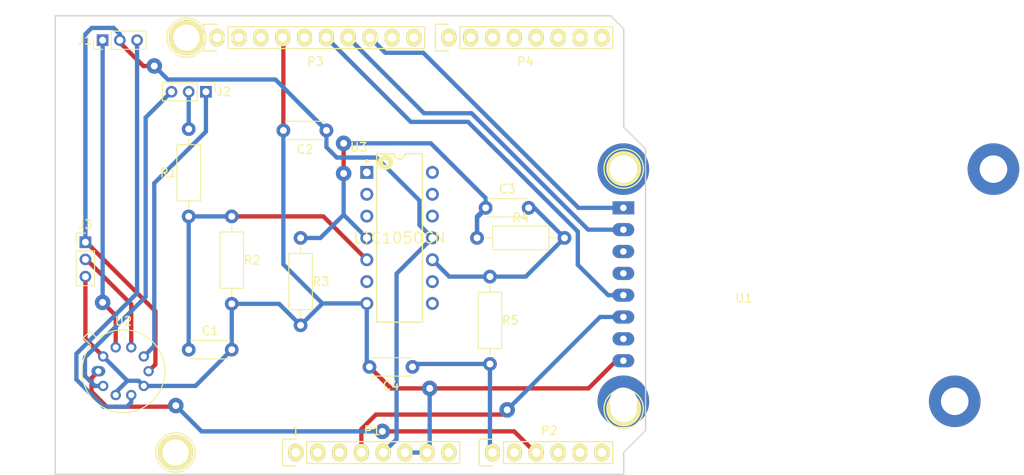
<source format=kicad_pcb>
(kicad_pcb (version 20171130) (host pcbnew "(5.1.8)-1")

  (general
    (thickness 1.6)
    (drawings 27)
    (tracks 148)
    (zones 0)
    (modules 23)
    (nets 45)
  )

  (page A4)
  (title_block
    (title "Gas Sensor Shield")
    (date 2021-01-03)
    (company INSA)
    (comment 2 "Andy Xu - Thomas Zennaro")
    (comment 3 "Opérateurs :")
  )

  (layers
    (0 F.Cu signal)
    (31 B.Cu signal)
    (32 B.Adhes user)
    (33 F.Adhes user)
    (34 B.Paste user)
    (35 F.Paste user)
    (36 B.SilkS user)
    (37 F.SilkS user)
    (38 B.Mask user)
    (39 F.Mask user)
    (40 Dwgs.User user)
    (41 Cmts.User user)
    (42 Eco1.User user)
    (43 Eco2.User user)
    (44 Edge.Cuts user)
    (45 Margin user)
    (46 B.CrtYd user)
    (47 F.CrtYd user)
    (48 B.Fab user)
    (49 F.Fab user)
  )

  (setup
    (last_trace_width 0.5)
    (trace_clearance 0.5)
    (zone_clearance 0.508)
    (zone_45_only no)
    (trace_min 0.5)
    (via_size 1.8)
    (via_drill 0.8)
    (via_min_size 0.8)
    (via_min_drill 0.3)
    (uvia_size 0.3)
    (uvia_drill 0.1)
    (uvias_allowed no)
    (uvia_min_size 0.3)
    (uvia_min_drill 0.1)
    (edge_width 0.15)
    (segment_width 0.15)
    (pcb_text_width 0.3)
    (pcb_text_size 1.5 1.5)
    (mod_edge_width 0.15)
    (mod_text_size 1 1)
    (mod_text_width 0.15)
    (pad_size 4.064 4.064)
    (pad_drill 3.048)
    (pad_to_mask_clearance 0)
    (aux_axis_origin 110.998 126.365)
    (grid_origin 110.998 126.365)
    (visible_elements 7FFFFFFF)
    (pcbplotparams
      (layerselection 0x00030_80000001)
      (usegerberextensions false)
      (usegerberattributes true)
      (usegerberadvancedattributes true)
      (creategerberjobfile true)
      (excludeedgelayer true)
      (linewidth 0.100000)
      (plotframeref false)
      (viasonmask false)
      (mode 1)
      (useauxorigin false)
      (hpglpennumber 1)
      (hpglpenspeed 20)
      (hpglpendiameter 15.000000)
      (psnegative false)
      (psa4output false)
      (plotreference true)
      (plotvalue true)
      (plotinvisibletext false)
      (padsonsilk false)
      (subtractmaskfromsilk false)
      (outputformat 1)
      (mirror false)
      (drillshape 1)
      (scaleselection 1)
      (outputdirectory ""))
  )

  (net 0 "")
  (net 1 /IOREF)
  (net 2 /Reset)
  (net 3 +5V)
  (net 4 GND)
  (net 5 /Vin)
  (net 6 /A1)
  (net 7 /A2)
  (net 8 /A3)
  (net 9 /AREF)
  (net 10 "/A4(SDA)")
  (net 11 "/A5(SCL)")
  (net 12 "/9(**)")
  (net 13 /8)
  (net 14 /7)
  (net 15 "/6(**)")
  (net 16 "/5(**)")
  (net 17 /4)
  (net 18 "/3(**)")
  (net 19 /2)
  (net 20 "/1(Tx)")
  (net 21 "/0(Rx)")
  (net 22 "Net-(P5-Pad1)")
  (net 23 "Net-(P6-Pad1)")
  (net 24 "Net-(P7-Pad1)")
  (net 25 "Net-(P8-Pad1)")
  (net 26 "/13(SCK)")
  (net 27 "Net-(P1-Pad1)")
  (net 28 +3V3)
  (net 29 "Net-(C1-Pad1)")
  (net 30 "Net-(C3-Pad2)")
  (net 31 "Net-(C3-Pad1)")
  (net 32 ADC)
  (net 33 /GSLeft_in)
  (net 34 /GSRight_in)
  (net 35 /GSLeft_out)
  (net 36 Rsensor)
  (net 37 /GSRight_out)
  (net 38 /HeatR_in)
  (net 39 /RST)
  (net 40 /RX)
  (net 41 /TX)
  (net 42 "Net-(U1-Pad3)")
  (net 43 "Net-(U1-Pad4)")
  (net 44 "Net-(U1-Pad7)")

  (net_class Default "This is the default net class."
    (clearance 0.5)
    (trace_width 0.5)
    (via_dia 1.8)
    (via_drill 0.8)
    (uvia_dia 0.3)
    (uvia_drill 0.1)
    (add_net +3V3)
    (add_net +5V)
    (add_net "/0(Rx)")
    (add_net "/1(Tx)")
    (add_net "/13(SCK)")
    (add_net /2)
    (add_net "/3(**)")
    (add_net /4)
    (add_net "/5(**)")
    (add_net "/6(**)")
    (add_net /7)
    (add_net /8)
    (add_net "/9(**)")
    (add_net /A1)
    (add_net /A2)
    (add_net /A3)
    (add_net "/A4(SDA)")
    (add_net "/A5(SCL)")
    (add_net /AREF)
    (add_net /GSLeft_in)
    (add_net /GSLeft_out)
    (add_net /GSRight_in)
    (add_net /GSRight_out)
    (add_net /HeatR_in)
    (add_net /IOREF)
    (add_net /RST)
    (add_net /RX)
    (add_net /Reset)
    (add_net /TX)
    (add_net /Vin)
    (add_net ADC)
    (add_net GND)
    (add_net "Net-(C1-Pad1)")
    (add_net "Net-(C3-Pad1)")
    (add_net "Net-(C3-Pad2)")
    (add_net "Net-(P1-Pad1)")
    (add_net "Net-(P5-Pad1)")
    (add_net "Net-(P6-Pad1)")
    (add_net "Net-(P7-Pad1)")
    (add_net "Net-(P8-Pad1)")
    (add_net "Net-(U1-Pad3)")
    (add_net "Net-(U1-Pad4)")
    (add_net "Net-(U1-Pad7)")
    (add_net Rsensor)
  )

  (module Mes_empreintes:Module_RN2483_Breakout (layer F.Cu) (tedit 5FE9B58C) (tstamp 5FF231EB)
    (at 176.998 95.365 270)
    (path /5FE9BD9D)
    (fp_text reference U1 (at 10.5 -14) (layer F.SilkS)
      (effects (font (size 1 1) (thickness 0.15)))
    )
    (fp_text value RN2483_Breakout (at 10.5 -16.5 90) (layer F.Fab)
      (effects (font (size 1 1) (thickness 0.15)))
    )
    (fp_line (start 26 3.5) (end -8 3.5) (layer F.CrtYd) (width 0.12))
    (fp_line (start 26 -46.5) (end 26 3.5) (layer F.CrtYd) (width 0.12))
    (fp_line (start -8 -46.5) (end 26 -46.5) (layer F.CrtYd) (width 0.12))
    (fp_line (start -8 3.5) (end -8 -46.5) (layer F.CrtYd) (width 0.12))
    (pad 1 thru_hole rect (at 0 0 270) (size 1.524 2.524) (drill 0.762) (layers *.Cu *.Mask)
      (net 41 /TX))
    (pad 2 thru_hole oval (at 2.54 0 270) (size 1.524 2.524) (drill 0.762) (layers *.Cu *.Mask)
      (net 40 /RX))
    (pad 3 thru_hole oval (at 5.08 0 270) (size 1.524 2.524) (drill 0.762) (layers *.Cu *.Mask)
      (net 42 "Net-(U1-Pad3)"))
    (pad 4 thru_hole oval (at 7.62 0 270) (size 1.524 2.524) (drill 0.762) (layers *.Cu *.Mask)
      (net 43 "Net-(U1-Pad4)"))
    (pad 5 thru_hole oval (at 10.16 0 270) (size 1.524 2.524) (drill 0.762) (layers *.Cu *.Mask)
      (net 39 /RST))
    (pad 6 thru_hole oval (at 12.7 0 270) (size 1.524 2.524) (drill 0.762) (layers *.Cu *.Mask)
      (net 28 +3V3))
    (pad 7 thru_hole oval (at 15.24 0 270) (size 1.524 2.524) (drill 0.762) (layers *.Cu *.Mask)
      (net 44 "Net-(U1-Pad7)"))
    (pad 8 thru_hole oval (at 17.78 0 270) (size 1.524 2.524) (drill 0.762) (layers *.Cu *.Mask)
      (net 4 GND))
    (pad "" np_thru_hole circle (at -4.5 0 270) (size 6 6) (drill 3.2) (layers *.Cu *.Mask))
    (pad "" np_thru_hole circle (at 22.5 0 270) (size 6 6) (drill 3.2) (layers *.Cu *.Mask))
    (pad "" np_thru_hole circle (at -4.5 -43 270) (size 6 6) (drill 3.2) (layers *.Cu *.Mask))
    (pad "" np_thru_hole circle (at 22.5 -38.5 270) (size 6 6) (drill 3.2) (layers *.Cu *.Mask))
  )

  (module Capacitor_THT:C_Disc_D4.3mm_W1.9mm_P5.00mm (layer F.Cu) (tedit 5AE50EF0) (tstamp 5FF23032)
    (at 160.998 95.365)
    (descr "C, Disc series, Radial, pin pitch=5.00mm, , diameter*width=4.3*1.9mm^2, Capacitor, http://www.vishay.com/docs/45233/krseries.pdf")
    (tags "C Disc series Radial pin pitch 5.00mm  diameter 4.3mm width 1.9mm Capacitor")
    (path /5FE799FE)
    (fp_text reference C3 (at 2.5 -2.2) (layer F.SilkS)
      (effects (font (size 1 1) (thickness 0.15)))
    )
    (fp_text value 1u (at 2.5 2.2) (layer F.Fab)
      (effects (font (size 1 1) (thickness 0.15)))
    )
    (fp_line (start 6.05 -1.2) (end -1.05 -1.2) (layer F.CrtYd) (width 0.05))
    (fp_line (start 6.05 1.2) (end 6.05 -1.2) (layer F.CrtYd) (width 0.05))
    (fp_line (start -1.05 1.2) (end 6.05 1.2) (layer F.CrtYd) (width 0.05))
    (fp_line (start -1.05 -1.2) (end -1.05 1.2) (layer F.CrtYd) (width 0.05))
    (fp_line (start 4.77 1.055) (end 4.77 1.07) (layer F.SilkS) (width 0.12))
    (fp_line (start 4.77 -1.07) (end 4.77 -1.055) (layer F.SilkS) (width 0.12))
    (fp_line (start 0.23 1.055) (end 0.23 1.07) (layer F.SilkS) (width 0.12))
    (fp_line (start 0.23 -1.07) (end 0.23 -1.055) (layer F.SilkS) (width 0.12))
    (fp_line (start 0.23 1.07) (end 4.77 1.07) (layer F.SilkS) (width 0.12))
    (fp_line (start 0.23 -1.07) (end 4.77 -1.07) (layer F.SilkS) (width 0.12))
    (fp_line (start 4.65 -0.95) (end 0.35 -0.95) (layer F.Fab) (width 0.1))
    (fp_line (start 4.65 0.95) (end 4.65 -0.95) (layer F.Fab) (width 0.1))
    (fp_line (start 0.35 0.95) (end 4.65 0.95) (layer F.Fab) (width 0.1))
    (fp_line (start 0.35 -0.95) (end 0.35 0.95) (layer F.Fab) (width 0.1))
    (fp_text user %R (at 2.5 0) (layer F.Fab)
      (effects (font (size 0.86 0.86) (thickness 0.129)))
    )
    (pad 2 thru_hole circle (at 5 0) (size 1.6 1.6) (drill 0.8) (layers *.Cu *.Mask)
      (net 30 "Net-(C3-Pad2)"))
    (pad 1 thru_hole circle (at 0 0) (size 1.6 1.6) (drill 0.8) (layers *.Cu *.Mask)
      (net 31 "Net-(C3-Pad1)"))
    (model ${KISYS3DMOD}/Capacitor_THT.3dshapes/C_Disc_D4.3mm_W1.9mm_P5.00mm.wrl
      (at (xyz 0 0 0))
      (scale (xyz 1 1 1))
      (rotate (xyz 0 0 0))
    )
  )

  (module Resistor_THT:R_Axial_DIN0207_L6.3mm_D2.5mm_P10.16mm_Horizontal (layer F.Cu) (tedit 5AE5139B) (tstamp 5FF231A9)
    (at 139.498 98.865 270)
    (descr "Resistor, Axial_DIN0207 series, Axial, Horizontal, pin pitch=10.16mm, 0.25W = 1/4W, length*diameter=6.3*2.5mm^2, http://cdn-reichelt.de/documents/datenblatt/B400/1_4W%23YAG.pdf")
    (tags "Resistor Axial_DIN0207 series Axial Horizontal pin pitch 10.16mm 0.25W = 1/4W length 6.3mm diameter 2.5mm")
    (path /5FE751ED)
    (fp_text reference R3 (at 5.08 -2.37) (layer F.SilkS)
      (effects (font (size 1 1) (thickness 0.15)))
    )
    (fp_text value 1k (at 5.08 2.37 90) (layer F.Fab)
      (effects (font (size 1 1) (thickness 0.15)))
    )
    (fp_line (start 11.21 -1.5) (end -1.05 -1.5) (layer F.CrtYd) (width 0.05))
    (fp_line (start 11.21 1.5) (end 11.21 -1.5) (layer F.CrtYd) (width 0.05))
    (fp_line (start -1.05 1.5) (end 11.21 1.5) (layer F.CrtYd) (width 0.05))
    (fp_line (start -1.05 -1.5) (end -1.05 1.5) (layer F.CrtYd) (width 0.05))
    (fp_line (start 9.12 0) (end 8.35 0) (layer F.SilkS) (width 0.12))
    (fp_line (start 1.04 0) (end 1.81 0) (layer F.SilkS) (width 0.12))
    (fp_line (start 8.35 -1.37) (end 1.81 -1.37) (layer F.SilkS) (width 0.12))
    (fp_line (start 8.35 1.37) (end 8.35 -1.37) (layer F.SilkS) (width 0.12))
    (fp_line (start 1.81 1.37) (end 8.35 1.37) (layer F.SilkS) (width 0.12))
    (fp_line (start 1.81 -1.37) (end 1.81 1.37) (layer F.SilkS) (width 0.12))
    (fp_line (start 10.16 0) (end 8.23 0) (layer F.Fab) (width 0.1))
    (fp_line (start 0 0) (end 1.93 0) (layer F.Fab) (width 0.1))
    (fp_line (start 8.23 -1.25) (end 1.93 -1.25) (layer F.Fab) (width 0.1))
    (fp_line (start 8.23 1.25) (end 8.23 -1.25) (layer F.Fab) (width 0.1))
    (fp_line (start 1.93 1.25) (end 8.23 1.25) (layer F.Fab) (width 0.1))
    (fp_line (start 1.93 -1.25) (end 1.93 1.25) (layer F.Fab) (width 0.1))
    (fp_text user %R (at 5.08 0 90) (layer F.Fab)
      (effects (font (size 1 1) (thickness 0.15)))
    )
    (pad 2 thru_hole oval (at 10.16 0 270) (size 1.6 1.6) (drill 0.8) (layers *.Cu *.Mask)
      (net 4 GND))
    (pad 1 thru_hole circle (at 0 0 270) (size 1.6 1.6) (drill 0.8) (layers *.Cu *.Mask)
      (net 31 "Net-(C3-Pad1)"))
    (model ${KISYS3DMOD}/Resistor_THT.3dshapes/R_Axial_DIN0207_L6.3mm_D2.5mm_P10.16mm_Horizontal.wrl
      (at (xyz 0 0 0))
      (scale (xyz 1 1 1))
      (rotate (xyz 0 0 0))
    )
  )

  (module eec:Linear_Technology-LTC1050CN-Manufacturer_Recommended (layer F.Cu) (tedit 5EF166E4) (tstamp 5FF2323E)
    (at 150.998 98.865)
    (path /5FE705B9)
    (fp_text reference U3 (at -5.85 -10.55) (layer F.SilkS)
      (effects (font (size 1 1) (thickness 0.15)) (justify left))
    )
    (fp_text value LTC1050CN (at 0 0) (layer F.SilkS)
      (effects (font (size 1.27 1.27) (thickness 0.15)))
    )
    (fp_line (start 4.775001 9.975) (end 4.775001 -9.975) (layer F.CrtYd) (width 0.15))
    (fp_line (start -4.774999 9.975) (end 4.775001 9.975) (layer F.CrtYd) (width 0.15))
    (fp_line (start -4.774999 -9.975) (end -4.774999 9.975) (layer F.CrtYd) (width 0.15))
    (fp_line (start 4.775001 -9.975) (end -4.774999 -9.975) (layer F.CrtYd) (width 0.15))
    (fp_line (start 4.775001 -9.975) (end 4.775001 -9.975) (layer F.CrtYd) (width 0.15))
    (fp_line (start -3.425 9.775) (end 3.425 9.775) (layer F.Fab) (width 0.1))
    (fp_line (start -3.425 -9.775) (end 3.425 -9.775) (layer F.Fab) (width 0.1))
    (fp_line (start 3.425 9.775) (end 3.425 -9.775) (layer F.Fab) (width 0.1))
    (fp_line (start -3.425 9.775) (end -3.425 -9.775) (layer F.Fab) (width 0.1))
    (fp_line (start -2.65 9.800001) (end 2.65 9.800001) (layer F.SilkS) (width 0.15))
    (fp_line (start 0.635 -9.800001) (end 2.65 -9.800001) (layer F.SilkS) (width 0.15))
    (fp_line (start -2.65 -9.800001) (end -0.635 -9.800001) (layer F.SilkS) (width 0.15))
    (fp_line (start 2.65 9.800001) (end 2.65 -9.800001) (layer F.SilkS) (width 0.15))
    (fp_line (start -2.65 9.800001) (end -2.65 -9.800001) (layer F.SilkS) (width 0.15))
    (fp_circle (center -2.524999 -8.874999) (end -2.025 -8.874999) (layer F.Fab) (width 0.1))
    (fp_circle (center -1.649999 -8.8) (end -1.35 -8.8) (layer F.SilkS) (width 0.599999))
    (fp_circle (center -3.81 -8.92) (end -3.684999 -8.92) (layer F.SilkS) (width 0.249999))
    (fp_line (start 0.627182 -9.700665) (end 0.635 -9.800001) (layer F.SilkS) (width 0.2))
    (fp_line (start 0.603921 -9.603775) (end 0.627182 -9.700665) (layer F.SilkS) (width 0.2))
    (fp_line (start 0.565789 -9.511717) (end 0.603921 -9.603775) (layer F.SilkS) (width 0.2))
    (fp_line (start 0.513726 -9.426757) (end 0.565789 -9.511717) (layer F.SilkS) (width 0.2))
    (fp_line (start 0.449013 -9.350988) (end 0.513726 -9.426757) (layer F.SilkS) (width 0.2))
    (fp_line (start 0.373244 -9.286275) (end 0.449013 -9.350988) (layer F.SilkS) (width 0.2))
    (fp_line (start 0.288284 -9.234212) (end 0.373244 -9.286275) (layer F.SilkS) (width 0.2))
    (fp_line (start 0.196226 -9.19608) (end 0.288284 -9.234212) (layer F.SilkS) (width 0.2))
    (fp_line (start 0.099336 -9.172819) (end 0.196226 -9.19608) (layer F.SilkS) (width 0.2))
    (fp_line (start 0 -9.165001) (end 0.099336 -9.172819) (layer F.SilkS) (width 0.2))
    (fp_line (start -0.099336 -9.172819) (end 0 -9.165001) (layer F.SilkS) (width 0.2))
    (fp_line (start -0.196226 -9.19608) (end -0.099336 -9.172819) (layer F.SilkS) (width 0.2))
    (fp_line (start -0.288284 -9.234212) (end -0.196226 -9.19608) (layer F.SilkS) (width 0.2))
    (fp_line (start -0.373244 -9.286275) (end -0.288284 -9.234212) (layer F.SilkS) (width 0.2))
    (fp_line (start -0.449013 -9.350988) (end -0.373244 -9.286275) (layer F.SilkS) (width 0.2))
    (fp_line (start -0.513726 -9.426757) (end -0.449013 -9.350988) (layer F.SilkS) (width 0.2))
    (fp_line (start -0.565789 -9.511717) (end -0.513726 -9.426757) (layer F.SilkS) (width 0.2))
    (fp_line (start -0.603921 -9.603775) (end -0.565789 -9.511717) (layer F.SilkS) (width 0.2))
    (fp_line (start -0.627182 -9.700665) (end -0.603921 -9.603775) (layer F.SilkS) (width 0.2))
    (fp_line (start -0.635 -9.800001) (end -0.627182 -9.700665) (layer F.SilkS) (width 0.2))
    (pad 8 thru_hole circle (at 3.81 7.62) (size 1.5 1.5) (drill 0.900001) (layers *.Cu))
    (pad 9 thru_hole circle (at 3.81 5.08) (size 1.5 1.5) (drill 0.900001) (layers *.Cu))
    (pad 10 thru_hole circle (at 3.81 2.54) (size 1.5 1.5) (drill 0.900001) (layers *.Cu)
      (net 30 "Net-(C3-Pad2)"))
    (pad 11 thru_hole circle (at 3.81 0) (size 1.5 1.5) (drill 0.900001) (layers *.Cu)
      (net 3 +5V))
    (pad 12 thru_hole circle (at 3.81 -2.54) (size 1.5 1.5) (drill 0.900001) (layers *.Cu))
    (pad 13 thru_hole circle (at 3.81 -5.08) (size 1.5 1.5) (drill 0.900001) (layers *.Cu))
    (pad 14 thru_hole circle (at 3.81 -7.62) (size 1.5 1.5) (drill 0.900001) (layers *.Cu))
    (pad 7 thru_hole circle (at -3.81 7.62) (size 1.5 1.5) (drill 0.900001) (layers *.Cu)
      (net 4 GND))
    (pad 6 thru_hole circle (at -3.81 5.08) (size 1.5 1.5) (drill 0.900001) (layers *.Cu))
    (pad 5 thru_hole circle (at -3.81 2.54) (size 1.5 1.5) (drill 0.900001) (layers *.Cu)
      (net 29 "Net-(C1-Pad1)"))
    (pad 4 thru_hole circle (at -3.81 0) (size 1.5 1.5) (drill 0.900001) (layers *.Cu)
      (net 31 "Net-(C3-Pad1)"))
    (pad 3 thru_hole circle (at -3.81 -2.54) (size 1.5 1.5) (drill 0.900001) (layers *.Cu))
    (pad 2 thru_hole circle (at -3.81 -5.08) (size 1.5 1.5) (drill 0.900001) (layers *.Cu))
    (pad 1 thru_hole rect (at -3.81 -7.62) (size 1.5 1.5) (drill 0.900001) (layers *.Cu))
    (model eec.models/Linear_Technology_-_LTC1050CN.step
      (offset (xyz 193.5479970932007 0 0))
      (scale (xyz 1 1 1))
      (rotate (xyz 0 0 0))
    )
    (model eec.models/Linear_Technology_-_LTC1050CN.step
      (offset (xyz 193.5479970932007 0 53.08602460272789))
      (scale (xyz 1 1 1))
      (rotate (xyz 0 0 0))
    )
    (model eec.models/Linear_Technology_-_LTC1050CN.step
      (offset (xyz 193.5479970932007 0 -40.63997398964882))
      (scale (xyz 1 1 1))
      (rotate (xyz 0 0 0))
    )
    (model eec.models/Linear_Technology_-_LTC1050CN.step
      (offset (xyz 129.0319980621338 0 0))
      (scale (xyz 1 1 1))
      (rotate (xyz 0 0 0))
    )
    (model eec.models/Linear_Technology_-_LTC1050CN.step
      (offset (xyz 129.0319980621338 0 53.08602460272789))
      (scale (xyz 1 1 1))
      (rotate (xyz 0 0 0))
    )
    (model eec.models/Linear_Technology_-_LTC1050CN.step
      (offset (xyz 129.0319980621338 0 -40.63997398964882))
      (scale (xyz 1 1 1))
      (rotate (xyz 0 0 0))
    )
    (model eec.models/Linear_Technology_-_LTC1050CN.step
      (offset (xyz 64.5159990310669 0 0))
      (scale (xyz 1 1 1))
      (rotate (xyz 0 0 0))
    )
    (model eec.models/Linear_Technology_-_LTC1050CN.step
      (offset (xyz 64.5159990310669 0 53.08602460272789))
      (scale (xyz 1 1 1))
      (rotate (xyz 0 0 0))
    )
    (model eec.models/Linear_Technology_-_LTC1050CN.step
      (offset (xyz 64.5159990310669 0 -40.63997398964882))
      (scale (xyz 1 1 1))
      (rotate (xyz 0 0 0))
    )
    (model eec.models/Linear_Technology_-_LTC1050CN.step
      (at (xyz 0 0 0))
      (scale (xyz 1 1 1))
      (rotate (xyz 0 0 0))
    )
    (model eec.models/Linear_Technology_-_LTC1050CN.step
      (offset (xyz 0 0 53.08602460272789))
      (scale (xyz 1 1 1))
      (rotate (xyz 0 0 0))
    )
    (model eec.models/Linear_Technology_-_LTC1050CN.step
      (offset (xyz 0 0 -40.63997398964882))
      (scale (xyz 1 1 1))
      (rotate (xyz 0 0 0))
    )
    (model eec.models/Linear_Technology_-_LTC1050CN.step
      (offset (xyz -38.60799942016602 0 0))
      (scale (xyz 1 1 1))
      (rotate (xyz 0 0 0))
    )
    (model eec.models/Linear_Technology_-_LTC1050CN.step
      (offset (xyz -38.60799942016602 0 53.08602460272789))
      (scale (xyz 1 1 1))
      (rotate (xyz 0 0 0))
    )
    (model eec.models/Linear_Technology_-_LTC1050CN.step
      (offset (xyz -36.8299994468689 0 -40.63997398964882))
      (scale (xyz 1 1 1))
      (rotate (xyz 0 0 0))
    )
    (model eec.models/Linear_Technology_-_LTC1050CN.step
      (offset (xyz -70.86599893569947 0 0))
      (scale (xyz 1 1 1))
      (rotate (xyz 0 0 0))
    )
    (model eec.models/Linear_Technology_-_LTC1050CN.step
      (offset (xyz -70.86599893569947 0 53.08602460272789))
      (scale (xyz 1 1 1))
      (rotate (xyz 0 0 0))
    )
    (model eec.models/Linear_Technology_-_LTC1050CN.step
      (offset (xyz -69.08799896240235 0 -40.63997398964882))
      (scale (xyz 1 1 1))
      (rotate (xyz 0 0 0))
    )
    (model eec.models/Linear_Technology_-_LTC1050CN.step
      (offset (xyz -103.1239984512329 0 0))
      (scale (xyz 1 1 1))
      (rotate (xyz 0 0 0))
    )
    (model eec.models/Linear_Technology_-_LTC1050CN.step
      (offset (xyz -103.1239984512329 0 53.08602460272789))
      (scale (xyz 1 1 1))
      (rotate (xyz 0 0 0))
    )
    (model eec.models/Linear_Technology_-_LTC1050CN.step
      (offset (xyz -101.3459984779358 0 -40.63997398964882))
      (scale (xyz 1 1 1))
      (rotate (xyz 0 0 0))
    )
    (model eec.models/Linear_Technology_-_LTC1050CN.step
      (offset (xyz -103.1239984512329 0 0))
      (scale (xyz 1 1 1))
      (rotate (xyz 0 0 0))
    )
    (model eec.models/Linear_Technology_-_LTC1050CN.step
      (offset (xyz -103.1239984512329 0 53.08602460272789))
      (scale (xyz 1 1 1))
      (rotate (xyz 0 0 0))
    )
    (model eec.models/Linear_Technology_-_LTC1050CN.step
      (offset (xyz -101.3459984779358 0 -40.63997398964882))
      (scale (xyz 1 1 1))
      (rotate (xyz 0 0 0))
    )
    (model eec.models/Linear_Technology_-_LTC1050CN.step
      (offset (xyz -70.86599893569947 0 0))
      (scale (xyz 1 1 1))
      (rotate (xyz 0 0 0))
    )
    (model eec.models/Linear_Technology_-_LTC1050CN.step
      (offset (xyz -70.86599893569947 0 53.08602460272789))
      (scale (xyz 1 1 1))
      (rotate (xyz 0 0 0))
    )
    (model eec.models/Linear_Technology_-_LTC1050CN.step
      (offset (xyz -69.08799896240235 0 -40.63997398964882))
      (scale (xyz 1 1 1))
      (rotate (xyz 0 0 0))
    )
    (model eec.models/Linear_Technology_-_LTC1050CN.step
      (offset (xyz -38.60799942016602 0 0))
      (scale (xyz 1 1 1))
      (rotate (xyz 0 0 0))
    )
    (model eec.models/Linear_Technology_-_LTC1050CN.step
      (offset (xyz -38.60799942016602 0 53.08602460272789))
      (scale (xyz 1 1 1))
      (rotate (xyz 0 0 0))
    )
    (model eec.models/Linear_Technology_-_LTC1050CN.step
      (offset (xyz -36.8299994468689 0 -40.63997398964882))
      (scale (xyz 1 1 1))
      (rotate (xyz 0 0 0))
    )
    (model eec.models/Linear_Technology_-_LTC1050CN.step
      (at (xyz 0 0 0))
      (scale (xyz 1 1 1))
      (rotate (xyz 0 0 0))
    )
    (model eec.models/Linear_Technology_-_LTC1050CN.step
      (offset (xyz 0 0 53.08602460272789))
      (scale (xyz 1 1 1))
      (rotate (xyz 0 0 0))
    )
    (model eec.models/Linear_Technology_-_LTC1050CN.step
      (offset (xyz 0 0 -40.63997398964882))
      (scale (xyz 1 1 1))
      (rotate (xyz 0 0 0))
    )
    (model eec.models/Linear_Technology_-_LTC1050CN.step
      (offset (xyz 64.5159990310669 0 0))
      (scale (xyz 1 1 1))
      (rotate (xyz 0 0 0))
    )
    (model eec.models/Linear_Technology_-_LTC1050CN.step
      (offset (xyz 64.5159990310669 0 53.08602460272789))
      (scale (xyz 1 1 1))
      (rotate (xyz 0 0 0))
    )
    (model eec.models/Linear_Technology_-_LTC1050CN.step
      (offset (xyz 64.5159990310669 0 -40.63997398964882))
      (scale (xyz 1 1 1))
      (rotate (xyz 0 0 0))
    )
    (model eec.models/Linear_Technology_-_LTC1050CN.step
      (offset (xyz 129.0319980621338 0 0))
      (scale (xyz 1 1 1))
      (rotate (xyz 0 0 0))
    )
    (model eec.models/Linear_Technology_-_LTC1050CN.step
      (offset (xyz 129.0319980621338 0 53.08602460272789))
      (scale (xyz 1 1 1))
      (rotate (xyz 0 0 0))
    )
    (model eec.models/Linear_Technology_-_LTC1050CN.step
      (offset (xyz 129.0319980621338 0 -40.63997398964882))
      (scale (xyz 1 1 1))
      (rotate (xyz 0 0 0))
    )
    (model eec.models/Linear_Technology_-_LTC1050CN.step
      (offset (xyz 193.5479970932007 0 0))
      (scale (xyz 1 1 1))
      (rotate (xyz 0 0 0))
    )
    (model eec.models/Linear_Technology_-_LTC1050CN.step
      (offset (xyz 193.5479970932007 0 53.08602460272789))
      (scale (xyz 1 1 1))
      (rotate (xyz 0 0 0))
    )
    (model eec.models/Linear_Technology_-_LTC1050CN.step
      (offset (xyz 193.5479970932007 0 -40.63997398964882))
      (scale (xyz 1 1 1))
      (rotate (xyz 0 0 0))
    )
    (model eec.models/Linear_Technology_-_LTC1050CN.step
      (offset (xyz 0 0 12.95397440545082))
      (scale (xyz 1 1 1))
      (rotate (xyz 0 0 0))
    )
  )

  (module Package_TO_SOT_THT:TO-5-10 (layer F.Cu) (tedit 5A02FF81) (tstamp 5FF23207)
    (at 115.998 114.365)
    (descr TO-5-10)
    (tags TO-5-10)
    (path /5FE9A573)
    (fp_text reference U2 (at 2.92 -5.82) (layer F.SilkS)
      (effects (font (size 1 1) (thickness 0.15)))
    )
    (fp_text value GasSensor (at 2.92 5.82) (layer F.Fab)
      (effects (font (size 1 1) (thickness 0.15)))
    )
    (fp_circle (center 2.92 0) (end 7.17 0) (layer F.Fab) (width 0.1))
    (fp_line (start 7.87 -4.95) (end -2.04 -4.95) (layer F.CrtYd) (width 0.05))
    (fp_line (start 7.87 4.95) (end 7.87 -4.95) (layer F.CrtYd) (width 0.05))
    (fp_line (start -2.04 4.95) (end 7.87 4.95) (layer F.CrtYd) (width 0.05))
    (fp_line (start -2.04 -4.95) (end -2.04 4.95) (layer F.CrtYd) (width 0.05))
    (fp_line (start -1.745856 -3.888039) (end -0.854902 -2.997084) (layer F.SilkS) (width 0.12))
    (fp_line (start -0.968039 -4.665856) (end -1.745856 -3.888039) (layer F.SilkS) (width 0.12))
    (fp_line (start -0.077084 -3.774902) (end -0.968039 -4.665856) (layer F.SilkS) (width 0.12))
    (fp_line (start -1.499621 -3.81151) (end -0.69352 -3.005408) (layer F.Fab) (width 0.1))
    (fp_line (start -0.89151 -4.419621) (end -1.499621 -3.81151) (layer F.Fab) (width 0.1))
    (fp_line (start -0.085408 -3.61352) (end -0.89151 -4.419621) (layer F.Fab) (width 0.1))
    (fp_arc (start 2.92 0) (end -0.077084 -3.774902) (angle 346.9) (layer F.SilkS) (width 0.12))
    (fp_arc (start 2.92 0) (end -0.085408 -3.61352) (angle 349.5) (layer F.Fab) (width 0.1))
    (fp_text user %R (at 2.92 -5.82) (layer F.Fab)
      (effects (font (size 1 1) (thickness 0.15)))
    )
    (pad 10 thru_hole oval (at 0.55767 -1.716333) (size 1.2 1.2) (drill 0.7) (layers *.Cu *.Mask)
      (net 4 GND))
    (pad 9 thru_hole oval (at 2.01767 -2.777085) (size 1.2 1.2) (drill 0.7) (layers *.Cu *.Mask)
      (net 34 /GSRight_in))
    (pad 8 thru_hole oval (at 3.82233 -2.777085) (size 1.2 1.2) (drill 0.7) (layers *.Cu *.Mask)
      (net 38 /HeatR_in))
    (pad 7 thru_hole oval (at 5.28233 -1.716333) (size 1.2 1.2) (drill 0.7) (layers *.Cu *.Mask)
      (net 37 /GSRight_out))
    (pad 6 thru_hole oval (at 5.84 0) (size 1.2 1.2) (drill 0.7) (layers *.Cu *.Mask)
      (net 3 +5V))
    (pad 5 thru_hole oval (at 5.28233 1.716333) (size 1.2 1.2) (drill 0.7) (layers *.Cu *.Mask)
      (net 4 GND))
    (pad 4 thru_hole oval (at 3.82233 2.777085) (size 1.2 1.2) (drill 0.7) (layers *.Cu *.Mask)
      (net 33 /GSLeft_in))
    (pad 3 thru_hole oval (at 2.01767 2.777085) (size 1.2 1.2) (drill 0.7) (layers *.Cu *.Mask)
      (net 4 GND))
    (pad 2 thru_hole oval (at 0.55767 1.716333) (size 1.2 1.2) (drill 0.7) (layers *.Cu *.Mask)
      (net 35 /GSLeft_out))
    (pad 1 thru_hole oval (at 0 0) (size 1.6 1.2) (drill 0.7) (layers *.Cu *.Mask)
      (net 7 /A2))
    (model ${KISYS3DMOD}/Package_TO_SOT_THT.3dshapes/TO-5-10.wrl
      (at (xyz 0 0 0))
      (scale (xyz 1 1 1))
      (rotate (xyz 0 0 0))
    )
  )

  (module Resistor_THT:R_Axial_DIN0207_L6.3mm_D2.5mm_P10.16mm_Horizontal (layer F.Cu) (tedit 5AE5139B) (tstamp 5FF231D7)
    (at 161.498 103.365 270)
    (descr "Resistor, Axial_DIN0207 series, Axial, Horizontal, pin pitch=10.16mm, 0.25W = 1/4W, length*diameter=6.3*2.5mm^2, http://cdn-reichelt.de/documents/datenblatt/B400/1_4W%23YAG.pdf")
    (tags "Resistor Axial_DIN0207 series Axial Horizontal pin pitch 10.16mm 0.25W = 1/4W length 6.3mm diameter 2.5mm")
    (path /5FE77F6D)
    (fp_text reference R5 (at 5.08 -2.37) (layer F.SilkS)
      (effects (font (size 1 1) (thickness 0.15)))
    )
    (fp_text value 1k (at 5.08 2.37 90) (layer F.Fab)
      (effects (font (size 1 1) (thickness 0.15)))
    )
    (fp_line (start 11.21 -1.5) (end -1.05 -1.5) (layer F.CrtYd) (width 0.05))
    (fp_line (start 11.21 1.5) (end 11.21 -1.5) (layer F.CrtYd) (width 0.05))
    (fp_line (start -1.05 1.5) (end 11.21 1.5) (layer F.CrtYd) (width 0.05))
    (fp_line (start -1.05 -1.5) (end -1.05 1.5) (layer F.CrtYd) (width 0.05))
    (fp_line (start 9.12 0) (end 8.35 0) (layer F.SilkS) (width 0.12))
    (fp_line (start 1.04 0) (end 1.81 0) (layer F.SilkS) (width 0.12))
    (fp_line (start 8.35 -1.37) (end 1.81 -1.37) (layer F.SilkS) (width 0.12))
    (fp_line (start 8.35 1.37) (end 8.35 -1.37) (layer F.SilkS) (width 0.12))
    (fp_line (start 1.81 1.37) (end 8.35 1.37) (layer F.SilkS) (width 0.12))
    (fp_line (start 1.81 -1.37) (end 1.81 1.37) (layer F.SilkS) (width 0.12))
    (fp_line (start 10.16 0) (end 8.23 0) (layer F.Fab) (width 0.1))
    (fp_line (start 0 0) (end 1.93 0) (layer F.Fab) (width 0.1))
    (fp_line (start 8.23 -1.25) (end 1.93 -1.25) (layer F.Fab) (width 0.1))
    (fp_line (start 8.23 1.25) (end 8.23 -1.25) (layer F.Fab) (width 0.1))
    (fp_line (start 1.93 1.25) (end 8.23 1.25) (layer F.Fab) (width 0.1))
    (fp_line (start 1.93 -1.25) (end 1.93 1.25) (layer F.Fab) (width 0.1))
    (fp_text user %R (at 5.08 0 90) (layer F.Fab)
      (effects (font (size 1 1) (thickness 0.15)))
    )
    (pad 2 thru_hole oval (at 10.16 0 270) (size 1.6 1.6) (drill 0.8) (layers *.Cu *.Mask)
      (net 32 ADC))
    (pad 1 thru_hole circle (at 0 0 270) (size 1.6 1.6) (drill 0.8) (layers *.Cu *.Mask)
      (net 30 "Net-(C3-Pad2)"))
    (model ${KISYS3DMOD}/Resistor_THT.3dshapes/R_Axial_DIN0207_L6.3mm_D2.5mm_P10.16mm_Horizontal.wrl
      (at (xyz 0 0 0))
      (scale (xyz 1 1 1))
      (rotate (xyz 0 0 0))
    )
  )

  (module Resistor_THT:R_Axial_DIN0207_L6.3mm_D2.5mm_P10.16mm_Horizontal (layer F.Cu) (tedit 5AE5139B) (tstamp 5FF231C0)
    (at 159.998 98.865)
    (descr "Resistor, Axial_DIN0207 series, Axial, Horizontal, pin pitch=10.16mm, 0.25W = 1/4W, length*diameter=6.3*2.5mm^2, http://cdn-reichelt.de/documents/datenblatt/B400/1_4W%23YAG.pdf")
    (tags "Resistor Axial_DIN0207 series Axial Horizontal pin pitch 10.16mm 0.25W = 1/4W length 6.3mm diameter 2.5mm")
    (path /5FE7626A)
    (fp_text reference R4 (at 5.08 -2.37) (layer F.SilkS)
      (effects (font (size 1 1) (thickness 0.15)))
    )
    (fp_text value 100k (at 5.08 2.37) (layer F.Fab)
      (effects (font (size 1 1) (thickness 0.15)))
    )
    (fp_line (start 11.21 -1.5) (end -1.05 -1.5) (layer F.CrtYd) (width 0.05))
    (fp_line (start 11.21 1.5) (end 11.21 -1.5) (layer F.CrtYd) (width 0.05))
    (fp_line (start -1.05 1.5) (end 11.21 1.5) (layer F.CrtYd) (width 0.05))
    (fp_line (start -1.05 -1.5) (end -1.05 1.5) (layer F.CrtYd) (width 0.05))
    (fp_line (start 9.12 0) (end 8.35 0) (layer F.SilkS) (width 0.12))
    (fp_line (start 1.04 0) (end 1.81 0) (layer F.SilkS) (width 0.12))
    (fp_line (start 8.35 -1.37) (end 1.81 -1.37) (layer F.SilkS) (width 0.12))
    (fp_line (start 8.35 1.37) (end 8.35 -1.37) (layer F.SilkS) (width 0.12))
    (fp_line (start 1.81 1.37) (end 8.35 1.37) (layer F.SilkS) (width 0.12))
    (fp_line (start 1.81 -1.37) (end 1.81 1.37) (layer F.SilkS) (width 0.12))
    (fp_line (start 10.16 0) (end 8.23 0) (layer F.Fab) (width 0.1))
    (fp_line (start 0 0) (end 1.93 0) (layer F.Fab) (width 0.1))
    (fp_line (start 8.23 -1.25) (end 1.93 -1.25) (layer F.Fab) (width 0.1))
    (fp_line (start 8.23 1.25) (end 8.23 -1.25) (layer F.Fab) (width 0.1))
    (fp_line (start 1.93 1.25) (end 8.23 1.25) (layer F.Fab) (width 0.1))
    (fp_line (start 1.93 -1.25) (end 1.93 1.25) (layer F.Fab) (width 0.1))
    (fp_text user %R (at 5.08 0) (layer F.Fab)
      (effects (font (size 1 1) (thickness 0.15)))
    )
    (pad 2 thru_hole oval (at 10.16 0) (size 1.6 1.6) (drill 0.8) (layers *.Cu *.Mask)
      (net 30 "Net-(C3-Pad2)"))
    (pad 1 thru_hole circle (at 0 0) (size 1.6 1.6) (drill 0.8) (layers *.Cu *.Mask)
      (net 31 "Net-(C3-Pad1)"))
    (model ${KISYS3DMOD}/Resistor_THT.3dshapes/R_Axial_DIN0207_L6.3mm_D2.5mm_P10.16mm_Horizontal.wrl
      (at (xyz 0 0 0))
      (scale (xyz 1 1 1))
      (rotate (xyz 0 0 0))
    )
  )

  (module Resistor_THT:R_Axial_DIN0207_L6.3mm_D2.5mm_P10.16mm_Horizontal (layer F.Cu) (tedit 5AE5139B) (tstamp 5FF23192)
    (at 131.498 96.365 270)
    (descr "Resistor, Axial_DIN0207 series, Axial, Horizontal, pin pitch=10.16mm, 0.25W = 1/4W, length*diameter=6.3*2.5mm^2, http://cdn-reichelt.de/documents/datenblatt/B400/1_4W%23YAG.pdf")
    (tags "Resistor Axial_DIN0207 series Axial Horizontal pin pitch 10.16mm 0.25W = 1/4W length 6.3mm diameter 2.5mm")
    (path /5FE741C1)
    (fp_text reference R2 (at 5.08 -2.37) (layer F.SilkS)
      (effects (font (size 1 1) (thickness 0.15)))
    )
    (fp_text value 100k (at 5.08 2.37 90) (layer F.Fab)
      (effects (font (size 1 1) (thickness 0.15)))
    )
    (fp_line (start 11.21 -1.5) (end -1.05 -1.5) (layer F.CrtYd) (width 0.05))
    (fp_line (start 11.21 1.5) (end 11.21 -1.5) (layer F.CrtYd) (width 0.05))
    (fp_line (start -1.05 1.5) (end 11.21 1.5) (layer F.CrtYd) (width 0.05))
    (fp_line (start -1.05 -1.5) (end -1.05 1.5) (layer F.CrtYd) (width 0.05))
    (fp_line (start 9.12 0) (end 8.35 0) (layer F.SilkS) (width 0.12))
    (fp_line (start 1.04 0) (end 1.81 0) (layer F.SilkS) (width 0.12))
    (fp_line (start 8.35 -1.37) (end 1.81 -1.37) (layer F.SilkS) (width 0.12))
    (fp_line (start 8.35 1.37) (end 8.35 -1.37) (layer F.SilkS) (width 0.12))
    (fp_line (start 1.81 1.37) (end 8.35 1.37) (layer F.SilkS) (width 0.12))
    (fp_line (start 1.81 -1.37) (end 1.81 1.37) (layer F.SilkS) (width 0.12))
    (fp_line (start 10.16 0) (end 8.23 0) (layer F.Fab) (width 0.1))
    (fp_line (start 0 0) (end 1.93 0) (layer F.Fab) (width 0.1))
    (fp_line (start 8.23 -1.25) (end 1.93 -1.25) (layer F.Fab) (width 0.1))
    (fp_line (start 8.23 1.25) (end 8.23 -1.25) (layer F.Fab) (width 0.1))
    (fp_line (start 1.93 1.25) (end 8.23 1.25) (layer F.Fab) (width 0.1))
    (fp_line (start 1.93 -1.25) (end 1.93 1.25) (layer F.Fab) (width 0.1))
    (fp_text user %R (at 5.08 0 90) (layer F.Fab)
      (effects (font (size 1 1) (thickness 0.15)))
    )
    (pad 2 thru_hole oval (at 10.16 0 270) (size 1.6 1.6) (drill 0.8) (layers *.Cu *.Mask)
      (net 4 GND))
    (pad 1 thru_hole circle (at 0 0 270) (size 1.6 1.6) (drill 0.8) (layers *.Cu *.Mask)
      (net 29 "Net-(C1-Pad1)"))
    (model ${KISYS3DMOD}/Resistor_THT.3dshapes/R_Axial_DIN0207_L6.3mm_D2.5mm_P10.16mm_Horizontal.wrl
      (at (xyz 0 0 0))
      (scale (xyz 1 1 1))
      (rotate (xyz 0 0 0))
    )
  )

  (module Resistor_THT:R_Axial_DIN0207_L6.3mm_D2.5mm_P10.16mm_Horizontal (layer F.Cu) (tedit 5AE5139B) (tstamp 5FF2317B)
    (at 126.498 96.365 90)
    (descr "Resistor, Axial_DIN0207 series, Axial, Horizontal, pin pitch=10.16mm, 0.25W = 1/4W, length*diameter=6.3*2.5mm^2, http://cdn-reichelt.de/documents/datenblatt/B400/1_4W%23YAG.pdf")
    (tags "Resistor Axial_DIN0207 series Axial Horizontal pin pitch 10.16mm 0.25W = 1/4W length 6.3mm diameter 2.5mm")
    (path /5FE72C0B)
    (fp_text reference R1 (at 5.08 -2.37) (layer F.SilkS)
      (effects (font (size 1 1) (thickness 0.15)))
    )
    (fp_text value 10K (at 5.08 2.37 90) (layer F.Fab)
      (effects (font (size 1 1) (thickness 0.15)))
    )
    (fp_line (start 11.21 -1.5) (end -1.05 -1.5) (layer F.CrtYd) (width 0.05))
    (fp_line (start 11.21 1.5) (end 11.21 -1.5) (layer F.CrtYd) (width 0.05))
    (fp_line (start -1.05 1.5) (end 11.21 1.5) (layer F.CrtYd) (width 0.05))
    (fp_line (start -1.05 -1.5) (end -1.05 1.5) (layer F.CrtYd) (width 0.05))
    (fp_line (start 9.12 0) (end 8.35 0) (layer F.SilkS) (width 0.12))
    (fp_line (start 1.04 0) (end 1.81 0) (layer F.SilkS) (width 0.12))
    (fp_line (start 8.35 -1.37) (end 1.81 -1.37) (layer F.SilkS) (width 0.12))
    (fp_line (start 8.35 1.37) (end 8.35 -1.37) (layer F.SilkS) (width 0.12))
    (fp_line (start 1.81 1.37) (end 8.35 1.37) (layer F.SilkS) (width 0.12))
    (fp_line (start 1.81 -1.37) (end 1.81 1.37) (layer F.SilkS) (width 0.12))
    (fp_line (start 10.16 0) (end 8.23 0) (layer F.Fab) (width 0.1))
    (fp_line (start 0 0) (end 1.93 0) (layer F.Fab) (width 0.1))
    (fp_line (start 8.23 -1.25) (end 1.93 -1.25) (layer F.Fab) (width 0.1))
    (fp_line (start 8.23 1.25) (end 8.23 -1.25) (layer F.Fab) (width 0.1))
    (fp_line (start 1.93 1.25) (end 8.23 1.25) (layer F.Fab) (width 0.1))
    (fp_line (start 1.93 -1.25) (end 1.93 1.25) (layer F.Fab) (width 0.1))
    (fp_text user %R (at 5.08 0 90) (layer F.Fab)
      (effects (font (size 1 1) (thickness 0.15)))
    )
    (pad 2 thru_hole oval (at 10.16 0 90) (size 1.6 1.6) (drill 0.8) (layers *.Cu *.Mask)
      (net 36 Rsensor))
    (pad 1 thru_hole circle (at 0 0 90) (size 1.6 1.6) (drill 0.8) (layers *.Cu *.Mask)
      (net 29 "Net-(C1-Pad1)"))
    (model ${KISYS3DMOD}/Resistor_THT.3dshapes/R_Axial_DIN0207_L6.3mm_D2.5mm_P10.16mm_Horizontal.wrl
      (at (xyz 0 0 0))
      (scale (xyz 1 1 1))
      (rotate (xyz 0 0 0))
    )
  )

  (module Connector_PinHeader_2.00mm:PinHeader_1x03_P2.00mm_Vertical (layer F.Cu) (tedit 59FED667) (tstamp 5FF2308C)
    (at 114.498 99.365)
    (descr "Through hole straight pin header, 1x03, 2.00mm pitch, single row")
    (tags "Through hole pin header THT 1x03 2.00mm single row")
    (path /5FEC5EE0)
    (fp_text reference J3 (at 0 -2.06) (layer F.SilkS)
      (effects (font (size 1 1) (thickness 0.15)))
    )
    (fp_text value Conn_01x03 (at 0 6.06) (layer F.Fab)
      (effects (font (size 1 1) (thickness 0.15)))
    )
    (fp_line (start 1.5 -1.5) (end -1.5 -1.5) (layer F.CrtYd) (width 0.05))
    (fp_line (start 1.5 5.5) (end 1.5 -1.5) (layer F.CrtYd) (width 0.05))
    (fp_line (start -1.5 5.5) (end 1.5 5.5) (layer F.CrtYd) (width 0.05))
    (fp_line (start -1.5 -1.5) (end -1.5 5.5) (layer F.CrtYd) (width 0.05))
    (fp_line (start -1.06 -1.06) (end 0 -1.06) (layer F.SilkS) (width 0.12))
    (fp_line (start -1.06 0) (end -1.06 -1.06) (layer F.SilkS) (width 0.12))
    (fp_line (start -1.06 1) (end 1.06 1) (layer F.SilkS) (width 0.12))
    (fp_line (start 1.06 1) (end 1.06 5.06) (layer F.SilkS) (width 0.12))
    (fp_line (start -1.06 1) (end -1.06 5.06) (layer F.SilkS) (width 0.12))
    (fp_line (start -1.06 5.06) (end 1.06 5.06) (layer F.SilkS) (width 0.12))
    (fp_line (start -1 -0.5) (end -0.5 -1) (layer F.Fab) (width 0.1))
    (fp_line (start -1 5) (end -1 -0.5) (layer F.Fab) (width 0.1))
    (fp_line (start 1 5) (end -1 5) (layer F.Fab) (width 0.1))
    (fp_line (start 1 -1) (end 1 5) (layer F.Fab) (width 0.1))
    (fp_line (start -0.5 -1) (end 1 -1) (layer F.Fab) (width 0.1))
    (fp_text user %R (at 0 2 90) (layer F.Fab)
      (effects (font (size 1 1) (thickness 0.15)))
    )
    (pad 3 thru_hole oval (at 0 4) (size 1.35 1.35) (drill 0.8) (layers *.Cu *.Mask)
      (net 4 GND))
    (pad 2 thru_hole oval (at 0 2) (size 1.35 1.35) (drill 0.8) (layers *.Cu *.Mask)
      (net 38 /HeatR_in))
    (pad 1 thru_hole rect (at 0 0) (size 1.35 1.35) (drill 0.8) (layers *.Cu *.Mask)
      (net 3 +5V))
    (model ${KISYS3DMOD}/Connector_PinHeader_2.00mm.3dshapes/PinHeader_1x03_P2.00mm_Vertical.wrl
      (at (xyz 0 0 0))
      (scale (xyz 1 1 1))
      (rotate (xyz 0 0 0))
    )
  )

  (module Connector_PinHeader_2.00mm:PinHeader_1x03_P2.00mm_Vertical (layer F.Cu) (tedit 59FED667) (tstamp 5FF23075)
    (at 128.498 81.865 270)
    (descr "Through hole straight pin header, 1x03, 2.00mm pitch, single row")
    (tags "Through hole pin header THT 1x03 2.00mm single row")
    (path /5FEC420C)
    (fp_text reference J2 (at 0 -2.06) (layer F.SilkS)
      (effects (font (size 1 1) (thickness 0.15)))
    )
    (fp_text value Conn_01x03 (at 0 6.06 270) (layer F.Fab)
      (effects (font (size 1 1) (thickness 0.15)))
    )
    (fp_line (start 1.5 -1.5) (end -1.5 -1.5) (layer F.CrtYd) (width 0.05))
    (fp_line (start 1.5 5.5) (end 1.5 -1.5) (layer F.CrtYd) (width 0.05))
    (fp_line (start -1.5 5.5) (end 1.5 5.5) (layer F.CrtYd) (width 0.05))
    (fp_line (start -1.5 -1.5) (end -1.5 5.5) (layer F.CrtYd) (width 0.05))
    (fp_line (start -1.06 -1.06) (end 0 -1.06) (layer F.SilkS) (width 0.12))
    (fp_line (start -1.06 0) (end -1.06 -1.06) (layer F.SilkS) (width 0.12))
    (fp_line (start -1.06 1) (end 1.06 1) (layer F.SilkS) (width 0.12))
    (fp_line (start 1.06 1) (end 1.06 5.06) (layer F.SilkS) (width 0.12))
    (fp_line (start -1.06 1) (end -1.06 5.06) (layer F.SilkS) (width 0.12))
    (fp_line (start -1.06 5.06) (end 1.06 5.06) (layer F.SilkS) (width 0.12))
    (fp_line (start -1 -0.5) (end -0.5 -1) (layer F.Fab) (width 0.1))
    (fp_line (start -1 5) (end -1 -0.5) (layer F.Fab) (width 0.1))
    (fp_line (start 1 5) (end -1 5) (layer F.Fab) (width 0.1))
    (fp_line (start 1 -1) (end 1 5) (layer F.Fab) (width 0.1))
    (fp_line (start -0.5 -1) (end 1 -1) (layer F.Fab) (width 0.1))
    (fp_text user %R (at 0 2) (layer F.Fab)
      (effects (font (size 1 1) (thickness 0.15)))
    )
    (pad 3 thru_hole oval (at 0 4 270) (size 1.35 1.35) (drill 0.8) (layers *.Cu *.Mask)
      (net 35 /GSLeft_out))
    (pad 2 thru_hole oval (at 0 2 270) (size 1.35 1.35) (drill 0.8) (layers *.Cu *.Mask)
      (net 36 Rsensor))
    (pad 1 thru_hole rect (at 0 0 270) (size 1.35 1.35) (drill 0.8) (layers *.Cu *.Mask)
      (net 37 /GSRight_out))
    (model ${KISYS3DMOD}/Connector_PinHeader_2.00mm.3dshapes/PinHeader_1x03_P2.00mm_Vertical.wrl
      (at (xyz 0 0 0))
      (scale (xyz 1 1 1))
      (rotate (xyz 0 0 0))
    )
  )

  (module Connector_PinHeader_2.00mm:PinHeader_1x03_P2.00mm_Vertical (layer F.Cu) (tedit 59FED667) (tstamp 5FF2305E)
    (at 116.498 75.865 90)
    (descr "Through hole straight pin header, 1x03, 2.00mm pitch, single row")
    (tags "Through hole pin header THT 1x03 2.00mm single row")
    (path /5FEC3371)
    (fp_text reference J1 (at 0 -2.06) (layer F.SilkS)
      (effects (font (size 1 1) (thickness 0.15)))
    )
    (fp_text value Conn_01x03 (at 0 6.06 270) (layer F.Fab)
      (effects (font (size 1 1) (thickness 0.15)))
    )
    (fp_line (start 1.5 -1.5) (end -1.5 -1.5) (layer F.CrtYd) (width 0.05))
    (fp_line (start 1.5 5.5) (end 1.5 -1.5) (layer F.CrtYd) (width 0.05))
    (fp_line (start -1.5 5.5) (end 1.5 5.5) (layer F.CrtYd) (width 0.05))
    (fp_line (start -1.5 -1.5) (end -1.5 5.5) (layer F.CrtYd) (width 0.05))
    (fp_line (start -1.06 -1.06) (end 0 -1.06) (layer F.SilkS) (width 0.12))
    (fp_line (start -1.06 0) (end -1.06 -1.06) (layer F.SilkS) (width 0.12))
    (fp_line (start -1.06 1) (end 1.06 1) (layer F.SilkS) (width 0.12))
    (fp_line (start 1.06 1) (end 1.06 5.06) (layer F.SilkS) (width 0.12))
    (fp_line (start -1.06 1) (end -1.06 5.06) (layer F.SilkS) (width 0.12))
    (fp_line (start -1.06 5.06) (end 1.06 5.06) (layer F.SilkS) (width 0.12))
    (fp_line (start -1 -0.5) (end -0.5 -1) (layer F.Fab) (width 0.1))
    (fp_line (start -1 5) (end -1 -0.5) (layer F.Fab) (width 0.1))
    (fp_line (start 1 5) (end -1 5) (layer F.Fab) (width 0.1))
    (fp_line (start 1 -1) (end 1 5) (layer F.Fab) (width 0.1))
    (fp_line (start -0.5 -1) (end 1 -1) (layer F.Fab) (width 0.1))
    (fp_text user %R (at 0 2) (layer F.Fab)
      (effects (font (size 1 1) (thickness 0.15)))
    )
    (pad 3 thru_hole oval (at 0 4 90) (size 1.35 1.35) (drill 0.8) (layers *.Cu *.Mask)
      (net 33 /GSLeft_in))
    (pad 2 thru_hole oval (at 0 2 90) (size 1.35 1.35) (drill 0.8) (layers *.Cu *.Mask)
      (net 3 +5V))
    (pad 1 thru_hole rect (at 0 0 90) (size 1.35 1.35) (drill 0.8) (layers *.Cu *.Mask)
      (net 34 /GSRight_in))
    (model ${KISYS3DMOD}/Connector_PinHeader_2.00mm.3dshapes/PinHeader_1x03_P2.00mm_Vertical.wrl
      (at (xyz 0 0 0))
      (scale (xyz 1 1 1))
      (rotate (xyz 0 0 0))
    )
  )

  (module Capacitor_THT:C_Disc_D4.3mm_W1.9mm_P5.00mm (layer F.Cu) (tedit 5AE50EF0) (tstamp 5FF23047)
    (at 152.498 113.865 180)
    (descr "C, Disc series, Radial, pin pitch=5.00mm, , diameter*width=4.3*1.9mm^2, Capacitor, http://www.vishay.com/docs/45233/krseries.pdf")
    (tags "C Disc series Radial pin pitch 5.00mm  diameter 4.3mm width 1.9mm Capacitor")
    (path /5FE7A5B7)
    (fp_text reference C4 (at 2.5 -2.2) (layer F.SilkS)
      (effects (font (size 1 1) (thickness 0.15)))
    )
    (fp_text value 100n (at 2.5 2.2) (layer F.Fab)
      (effects (font (size 1 1) (thickness 0.15)))
    )
    (fp_line (start 6.05 -1.2) (end -1.05 -1.2) (layer F.CrtYd) (width 0.05))
    (fp_line (start 6.05 1.2) (end 6.05 -1.2) (layer F.CrtYd) (width 0.05))
    (fp_line (start -1.05 1.2) (end 6.05 1.2) (layer F.CrtYd) (width 0.05))
    (fp_line (start -1.05 -1.2) (end -1.05 1.2) (layer F.CrtYd) (width 0.05))
    (fp_line (start 4.77 1.055) (end 4.77 1.07) (layer F.SilkS) (width 0.12))
    (fp_line (start 4.77 -1.07) (end 4.77 -1.055) (layer F.SilkS) (width 0.12))
    (fp_line (start 0.23 1.055) (end 0.23 1.07) (layer F.SilkS) (width 0.12))
    (fp_line (start 0.23 -1.07) (end 0.23 -1.055) (layer F.SilkS) (width 0.12))
    (fp_line (start 0.23 1.07) (end 4.77 1.07) (layer F.SilkS) (width 0.12))
    (fp_line (start 0.23 -1.07) (end 4.77 -1.07) (layer F.SilkS) (width 0.12))
    (fp_line (start 4.65 -0.95) (end 0.35 -0.95) (layer F.Fab) (width 0.1))
    (fp_line (start 4.65 0.95) (end 4.65 -0.95) (layer F.Fab) (width 0.1))
    (fp_line (start 0.35 0.95) (end 4.65 0.95) (layer F.Fab) (width 0.1))
    (fp_line (start 0.35 -0.95) (end 0.35 0.95) (layer F.Fab) (width 0.1))
    (fp_text user %R (at 2.5 0) (layer F.Fab)
      (effects (font (size 0.86 0.86) (thickness 0.129)))
    )
    (pad 2 thru_hole circle (at 5 0 180) (size 1.6 1.6) (drill 0.8) (layers *.Cu *.Mask)
      (net 4 GND))
    (pad 1 thru_hole circle (at 0 0 180) (size 1.6 1.6) (drill 0.8) (layers *.Cu *.Mask)
      (net 32 ADC))
    (model ${KISYS3DMOD}/Capacitor_THT.3dshapes/C_Disc_D4.3mm_W1.9mm_P5.00mm.wrl
      (at (xyz 0 0 0))
      (scale (xyz 1 1 1))
      (rotate (xyz 0 0 0))
    )
  )

  (module Capacitor_THT:C_Disc_D4.3mm_W1.9mm_P5.00mm (layer F.Cu) (tedit 5AE50EF0) (tstamp 5FF2301D)
    (at 142.498 86.365 180)
    (descr "C, Disc series, Radial, pin pitch=5.00mm, , diameter*width=4.3*1.9mm^2, Capacitor, http://www.vishay.com/docs/45233/krseries.pdf")
    (tags "C Disc series Radial pin pitch 5.00mm  diameter 4.3mm width 1.9mm Capacitor")
    (path /5FE7BABC)
    (fp_text reference C2 (at 2.5 -2.2) (layer F.SilkS)
      (effects (font (size 1 1) (thickness 0.15)))
    )
    (fp_text value 100n (at 2.5 2.2) (layer F.Fab)
      (effects (font (size 1 1) (thickness 0.15)))
    )
    (fp_line (start 6.05 -1.2) (end -1.05 -1.2) (layer F.CrtYd) (width 0.05))
    (fp_line (start 6.05 1.2) (end 6.05 -1.2) (layer F.CrtYd) (width 0.05))
    (fp_line (start -1.05 1.2) (end 6.05 1.2) (layer F.CrtYd) (width 0.05))
    (fp_line (start -1.05 -1.2) (end -1.05 1.2) (layer F.CrtYd) (width 0.05))
    (fp_line (start 4.77 1.055) (end 4.77 1.07) (layer F.SilkS) (width 0.12))
    (fp_line (start 4.77 -1.07) (end 4.77 -1.055) (layer F.SilkS) (width 0.12))
    (fp_line (start 0.23 1.055) (end 0.23 1.07) (layer F.SilkS) (width 0.12))
    (fp_line (start 0.23 -1.07) (end 0.23 -1.055) (layer F.SilkS) (width 0.12))
    (fp_line (start 0.23 1.07) (end 4.77 1.07) (layer F.SilkS) (width 0.12))
    (fp_line (start 0.23 -1.07) (end 4.77 -1.07) (layer F.SilkS) (width 0.12))
    (fp_line (start 4.65 -0.95) (end 0.35 -0.95) (layer F.Fab) (width 0.1))
    (fp_line (start 4.65 0.95) (end 4.65 -0.95) (layer F.Fab) (width 0.1))
    (fp_line (start 0.35 0.95) (end 4.65 0.95) (layer F.Fab) (width 0.1))
    (fp_line (start 0.35 -0.95) (end 0.35 0.95) (layer F.Fab) (width 0.1))
    (fp_text user %R (at 2.5 0) (layer F.Fab)
      (effects (font (size 0.86 0.86) (thickness 0.129)))
    )
    (pad 2 thru_hole circle (at 5 0 180) (size 1.6 1.6) (drill 0.8) (layers *.Cu *.Mask)
      (net 4 GND))
    (pad 1 thru_hole circle (at 0 0 180) (size 1.6 1.6) (drill 0.8) (layers *.Cu *.Mask)
      (net 3 +5V))
    (model ${KISYS3DMOD}/Capacitor_THT.3dshapes/C_Disc_D4.3mm_W1.9mm_P5.00mm.wrl
      (at (xyz 0 0 0))
      (scale (xyz 1 1 1))
      (rotate (xyz 0 0 0))
    )
  )

  (module Capacitor_THT:C_Disc_D4.3mm_W1.9mm_P5.00mm (layer F.Cu) (tedit 5AE50EF0) (tstamp 5FF23008)
    (at 126.498 111.865)
    (descr "C, Disc series, Radial, pin pitch=5.00mm, , diameter*width=4.3*1.9mm^2, Capacitor, http://www.vishay.com/docs/45233/krseries.pdf")
    (tags "C Disc series Radial pin pitch 5.00mm  diameter 4.3mm width 1.9mm Capacitor")
    (path /5FE789E7)
    (fp_text reference C1 (at 2.5 -2.2) (layer F.SilkS)
      (effects (font (size 1 1) (thickness 0.15)))
    )
    (fp_text value 100n (at 2.5 2.2) (layer F.Fab)
      (effects (font (size 1 1) (thickness 0.15)))
    )
    (fp_line (start 6.05 -1.2) (end -1.05 -1.2) (layer F.CrtYd) (width 0.05))
    (fp_line (start 6.05 1.2) (end 6.05 -1.2) (layer F.CrtYd) (width 0.05))
    (fp_line (start -1.05 1.2) (end 6.05 1.2) (layer F.CrtYd) (width 0.05))
    (fp_line (start -1.05 -1.2) (end -1.05 1.2) (layer F.CrtYd) (width 0.05))
    (fp_line (start 4.77 1.055) (end 4.77 1.07) (layer F.SilkS) (width 0.12))
    (fp_line (start 4.77 -1.07) (end 4.77 -1.055) (layer F.SilkS) (width 0.12))
    (fp_line (start 0.23 1.055) (end 0.23 1.07) (layer F.SilkS) (width 0.12))
    (fp_line (start 0.23 -1.07) (end 0.23 -1.055) (layer F.SilkS) (width 0.12))
    (fp_line (start 0.23 1.07) (end 4.77 1.07) (layer F.SilkS) (width 0.12))
    (fp_line (start 0.23 -1.07) (end 4.77 -1.07) (layer F.SilkS) (width 0.12))
    (fp_line (start 4.65 -0.95) (end 0.35 -0.95) (layer F.Fab) (width 0.1))
    (fp_line (start 4.65 0.95) (end 4.65 -0.95) (layer F.Fab) (width 0.1))
    (fp_line (start 0.35 0.95) (end 4.65 0.95) (layer F.Fab) (width 0.1))
    (fp_line (start 0.35 -0.95) (end 0.35 0.95) (layer F.Fab) (width 0.1))
    (fp_text user %R (at 2.5 0) (layer F.Fab)
      (effects (font (size 0.86 0.86) (thickness 0.129)))
    )
    (pad 2 thru_hole circle (at 5 0) (size 1.6 1.6) (drill 0.8) (layers *.Cu *.Mask)
      (net 4 GND))
    (pad 1 thru_hole circle (at 0 0) (size 1.6 1.6) (drill 0.8) (layers *.Cu *.Mask)
      (net 29 "Net-(C1-Pad1)"))
    (model ${KISYS3DMOD}/Capacitor_THT.3dshapes/C_Disc_D4.3mm_W1.9mm_P5.00mm.wrl
      (at (xyz 0 0 0))
      (scale (xyz 1 1 1))
      (rotate (xyz 0 0 0))
    )
  )

  (module Socket_Arduino_Uno:Socket_Strip_Arduino_1x08 locked (layer F.Cu) (tedit 551AF8B3) (tstamp 551AF9EA)
    (at 138.938 123.825)
    (descr "Through hole socket strip")
    (tags "socket strip")
    (path /56D70129)
    (fp_text reference P1 (at 8.89 -2.54) (layer F.SilkS)
      (effects (font (size 1 1) (thickness 0.15)))
    )
    (fp_text value Power (at 8.89 -4.064) (layer F.Fab)
      (effects (font (size 1 1) (thickness 0.15)))
    )
    (fp_line (start -1.55 -1.55) (end -1.55 1.55) (layer F.SilkS) (width 0.15))
    (fp_line (start 0 -1.55) (end -1.55 -1.55) (layer F.SilkS) (width 0.15))
    (fp_line (start 1.27 1.27) (end 1.27 -1.27) (layer F.SilkS) (width 0.15))
    (fp_line (start -1.55 1.55) (end 0 1.55) (layer F.SilkS) (width 0.15))
    (fp_line (start 19.05 -1.27) (end 1.27 -1.27) (layer F.SilkS) (width 0.15))
    (fp_line (start 19.05 1.27) (end 19.05 -1.27) (layer F.SilkS) (width 0.15))
    (fp_line (start 1.27 1.27) (end 19.05 1.27) (layer F.SilkS) (width 0.15))
    (fp_line (start -1.75 1.75) (end 19.55 1.75) (layer F.CrtYd) (width 0.05))
    (fp_line (start -1.75 -1.75) (end 19.55 -1.75) (layer F.CrtYd) (width 0.05))
    (fp_line (start 19.55 -1.75) (end 19.55 1.75) (layer F.CrtYd) (width 0.05))
    (fp_line (start -1.75 -1.75) (end -1.75 1.75) (layer F.CrtYd) (width 0.05))
    (pad 8 thru_hole oval (at 17.78 0) (size 1.7272 2.032) (drill 1.016) (layers *.Cu *.Mask F.SilkS)
      (net 5 /Vin))
    (pad 7 thru_hole oval (at 15.24 0) (size 1.7272 2.032) (drill 1.016) (layers *.Cu *.Mask F.SilkS)
      (net 4 GND))
    (pad 6 thru_hole oval (at 12.7 0) (size 1.7272 2.032) (drill 1.016) (layers *.Cu *.Mask F.SilkS)
      (net 4 GND))
    (pad 5 thru_hole oval (at 10.16 0) (size 1.7272 2.032) (drill 1.016) (layers *.Cu *.Mask F.SilkS)
      (net 3 +5V))
    (pad 4 thru_hole oval (at 7.62 0) (size 1.7272 2.032) (drill 1.016) (layers *.Cu *.Mask F.SilkS)
      (net 28 +3V3))
    (pad 3 thru_hole oval (at 5.08 0) (size 1.7272 2.032) (drill 1.016) (layers *.Cu *.Mask F.SilkS)
      (net 2 /Reset))
    (pad 2 thru_hole oval (at 2.54 0) (size 1.7272 2.032) (drill 1.016) (layers *.Cu *.Mask F.SilkS)
      (net 1 /IOREF))
    (pad 1 thru_hole oval (at 0 0) (size 1.7272 2.032) (drill 1.016) (layers *.Cu *.Mask F.SilkS)
      (net 27 "Net-(P1-Pad1)"))
    (model ${KIPRJMOD}/Socket_Arduino_Uno.3dshapes/Socket_header_Arduino_1x08.wrl
      (offset (xyz 8.889999866485596 0 0))
      (scale (xyz 1 1 1))
      (rotate (xyz 0 0 180))
    )
  )

  (module Socket_Arduino_Uno:Socket_Strip_Arduino_1x06 locked (layer F.Cu) (tedit 551AF7D9) (tstamp 551AF9FF)
    (at 161.798 123.825)
    (descr "Through hole socket strip")
    (tags "socket strip")
    (path /56D70DD8)
    (fp_text reference P2 (at 6.604 -2.54) (layer F.SilkS)
      (effects (font (size 1 1) (thickness 0.15)))
    )
    (fp_text value Analog (at 6.604 -4.064) (layer F.Fab)
      (effects (font (size 1 1) (thickness 0.15)))
    )
    (fp_line (start -1.55 -1.55) (end -1.55 1.55) (layer F.SilkS) (width 0.15))
    (fp_line (start 0 -1.55) (end -1.55 -1.55) (layer F.SilkS) (width 0.15))
    (fp_line (start 1.27 1.27) (end 1.27 -1.27) (layer F.SilkS) (width 0.15))
    (fp_line (start -1.55 1.55) (end 0 1.55) (layer F.SilkS) (width 0.15))
    (fp_line (start 13.97 -1.27) (end 1.27 -1.27) (layer F.SilkS) (width 0.15))
    (fp_line (start 13.97 1.27) (end 13.97 -1.27) (layer F.SilkS) (width 0.15))
    (fp_line (start 1.27 1.27) (end 13.97 1.27) (layer F.SilkS) (width 0.15))
    (fp_line (start -1.75 1.75) (end 14.45 1.75) (layer F.CrtYd) (width 0.05))
    (fp_line (start -1.75 -1.75) (end 14.45 -1.75) (layer F.CrtYd) (width 0.05))
    (fp_line (start 14.45 -1.75) (end 14.45 1.75) (layer F.CrtYd) (width 0.05))
    (fp_line (start -1.75 -1.75) (end -1.75 1.75) (layer F.CrtYd) (width 0.05))
    (pad 6 thru_hole oval (at 12.7 0) (size 1.7272 2.032) (drill 1.016) (layers *.Cu *.Mask F.SilkS)
      (net 11 "/A5(SCL)"))
    (pad 5 thru_hole oval (at 10.16 0) (size 1.7272 2.032) (drill 1.016) (layers *.Cu *.Mask F.SilkS)
      (net 10 "/A4(SDA)"))
    (pad 4 thru_hole oval (at 7.62 0) (size 1.7272 2.032) (drill 1.016) (layers *.Cu *.Mask F.SilkS)
      (net 8 /A3))
    (pad 3 thru_hole oval (at 5.08 0) (size 1.7272 2.032) (drill 1.016) (layers *.Cu *.Mask F.SilkS)
      (net 7 /A2))
    (pad 2 thru_hole oval (at 2.54 0) (size 1.7272 2.032) (drill 1.016) (layers *.Cu *.Mask F.SilkS)
      (net 6 /A1))
    (pad 1 thru_hole oval (at 0 0) (size 1.7272 2.032) (drill 1.016) (layers *.Cu *.Mask F.SilkS)
      (net 32 ADC))
    (model ${KIPRJMOD}/Socket_Arduino_Uno.3dshapes/Socket_header_Arduino_1x06.wrl
      (offset (xyz 6.349999904632568 0 0))
      (scale (xyz 1 1 1))
      (rotate (xyz 0 0 180))
    )
  )

  (module Socket_Arduino_Uno:Socket_Strip_Arduino_1x10 locked (layer F.Cu) (tedit 551AF8D9) (tstamp 551AFA18)
    (at 129.794 75.565)
    (descr "Through hole socket strip")
    (tags "socket strip")
    (path /56D721E0)
    (fp_text reference P3 (at 11.43 2.794) (layer F.SilkS)
      (effects (font (size 1 1) (thickness 0.15)))
    )
    (fp_text value Digital (at 11.43 4.318) (layer F.Fab)
      (effects (font (size 1 1) (thickness 0.15)))
    )
    (fp_line (start -1.55 -1.55) (end -1.55 1.55) (layer F.SilkS) (width 0.15))
    (fp_line (start 0 -1.55) (end -1.55 -1.55) (layer F.SilkS) (width 0.15))
    (fp_line (start 1.27 1.27) (end 1.27 -1.27) (layer F.SilkS) (width 0.15))
    (fp_line (start -1.55 1.55) (end 0 1.55) (layer F.SilkS) (width 0.15))
    (fp_line (start 24.13 -1.27) (end 1.27 -1.27) (layer F.SilkS) (width 0.15))
    (fp_line (start 24.13 1.27) (end 24.13 -1.27) (layer F.SilkS) (width 0.15))
    (fp_line (start 1.27 1.27) (end 24.13 1.27) (layer F.SilkS) (width 0.15))
    (fp_line (start -1.75 1.75) (end 24.65 1.75) (layer F.CrtYd) (width 0.05))
    (fp_line (start -1.75 -1.75) (end 24.65 -1.75) (layer F.CrtYd) (width 0.05))
    (fp_line (start 24.65 -1.75) (end 24.65 1.75) (layer F.CrtYd) (width 0.05))
    (fp_line (start -1.75 -1.75) (end -1.75 1.75) (layer F.CrtYd) (width 0.05))
    (pad 10 thru_hole oval (at 22.86 0) (size 1.7272 2.032) (drill 1.016) (layers *.Cu *.Mask F.SilkS)
      (net 13 /8))
    (pad 9 thru_hole oval (at 20.32 0) (size 1.7272 2.032) (drill 1.016) (layers *.Cu *.Mask F.SilkS)
      (net 12 "/9(**)"))
    (pad 8 thru_hole oval (at 17.78 0) (size 1.7272 2.032) (drill 1.016) (layers *.Cu *.Mask F.SilkS)
      (net 41 /TX))
    (pad 7 thru_hole oval (at 15.24 0) (size 1.7272 2.032) (drill 1.016) (layers *.Cu *.Mask F.SilkS)
      (net 40 /RX))
    (pad 6 thru_hole oval (at 12.7 0) (size 1.7272 2.032) (drill 1.016) (layers *.Cu *.Mask F.SilkS)
      (net 39 /RST))
    (pad 5 thru_hole oval (at 10.16 0) (size 1.7272 2.032) (drill 1.016) (layers *.Cu *.Mask F.SilkS)
      (net 26 "/13(SCK)"))
    (pad 4 thru_hole oval (at 7.62 0) (size 1.7272 2.032) (drill 1.016) (layers *.Cu *.Mask F.SilkS)
      (net 4 GND))
    (pad 3 thru_hole oval (at 5.08 0) (size 1.7272 2.032) (drill 1.016) (layers *.Cu *.Mask F.SilkS)
      (net 9 /AREF))
    (pad 2 thru_hole oval (at 2.54 0) (size 1.7272 2.032) (drill 1.016) (layers *.Cu *.Mask F.SilkS)
      (net 10 "/A4(SDA)"))
    (pad 1 thru_hole oval (at 0 0) (size 1.7272 2.032) (drill 1.016) (layers *.Cu *.Mask F.SilkS)
      (net 11 "/A5(SCL)"))
    (model ${KIPRJMOD}/Socket_Arduino_Uno.3dshapes/Socket_header_Arduino_1x10.wrl
      (offset (xyz 11.42999982833862 0 0))
      (scale (xyz 1 1 1))
      (rotate (xyz 0 0 180))
    )
  )

  (module Socket_Arduino_Uno:Socket_Strip_Arduino_1x08 locked (layer F.Cu) (tedit 551AF8B3) (tstamp 551AFA2F)
    (at 156.718 75.565)
    (descr "Through hole socket strip")
    (tags "socket strip")
    (path /56D7164F)
    (fp_text reference P4 (at 8.89 2.794) (layer F.SilkS)
      (effects (font (size 1 1) (thickness 0.15)))
    )
    (fp_text value Digital (at 8.89 4.318) (layer F.Fab)
      (effects (font (size 1 1) (thickness 0.15)))
    )
    (fp_line (start -1.55 -1.55) (end -1.55 1.55) (layer F.SilkS) (width 0.15))
    (fp_line (start 0 -1.55) (end -1.55 -1.55) (layer F.SilkS) (width 0.15))
    (fp_line (start 1.27 1.27) (end 1.27 -1.27) (layer F.SilkS) (width 0.15))
    (fp_line (start -1.55 1.55) (end 0 1.55) (layer F.SilkS) (width 0.15))
    (fp_line (start 19.05 -1.27) (end 1.27 -1.27) (layer F.SilkS) (width 0.15))
    (fp_line (start 19.05 1.27) (end 19.05 -1.27) (layer F.SilkS) (width 0.15))
    (fp_line (start 1.27 1.27) (end 19.05 1.27) (layer F.SilkS) (width 0.15))
    (fp_line (start -1.75 1.75) (end 19.55 1.75) (layer F.CrtYd) (width 0.05))
    (fp_line (start -1.75 -1.75) (end 19.55 -1.75) (layer F.CrtYd) (width 0.05))
    (fp_line (start 19.55 -1.75) (end 19.55 1.75) (layer F.CrtYd) (width 0.05))
    (fp_line (start -1.75 -1.75) (end -1.75 1.75) (layer F.CrtYd) (width 0.05))
    (pad 8 thru_hole oval (at 17.78 0) (size 1.7272 2.032) (drill 1.016) (layers *.Cu *.Mask F.SilkS)
      (net 21 "/0(Rx)"))
    (pad 7 thru_hole oval (at 15.24 0) (size 1.7272 2.032) (drill 1.016) (layers *.Cu *.Mask F.SilkS)
      (net 20 "/1(Tx)"))
    (pad 6 thru_hole oval (at 12.7 0) (size 1.7272 2.032) (drill 1.016) (layers *.Cu *.Mask F.SilkS)
      (net 19 /2))
    (pad 5 thru_hole oval (at 10.16 0) (size 1.7272 2.032) (drill 1.016) (layers *.Cu *.Mask F.SilkS)
      (net 18 "/3(**)"))
    (pad 4 thru_hole oval (at 7.62 0) (size 1.7272 2.032) (drill 1.016) (layers *.Cu *.Mask F.SilkS)
      (net 17 /4))
    (pad 3 thru_hole oval (at 5.08 0) (size 1.7272 2.032) (drill 1.016) (layers *.Cu *.Mask F.SilkS)
      (net 16 "/5(**)"))
    (pad 2 thru_hole oval (at 2.54 0) (size 1.7272 2.032) (drill 1.016) (layers *.Cu *.Mask F.SilkS)
      (net 15 "/6(**)"))
    (pad 1 thru_hole oval (at 0 0) (size 1.7272 2.032) (drill 1.016) (layers *.Cu *.Mask F.SilkS)
      (net 14 /7))
    (model ${KIPRJMOD}/Socket_Arduino_Uno.3dshapes/Socket_header_Arduino_1x08.wrl
      (offset (xyz 8.889999866485596 0 0))
      (scale (xyz 1 1 1))
      (rotate (xyz 0 0 180))
    )
  )

  (module Socket_Arduino_Uno:Arduino_1pin locked (layer F.Cu) (tedit 0) (tstamp 5524FC3F)
    (at 124.968 123.825)
    (descr "module 1 pin (ou trou mecanique de percage)")
    (tags DEV)
    (path /56D71177)
    (fp_text reference P5 (at 0 -3.048) (layer F.SilkS) hide
      (effects (font (size 1 1) (thickness 0.15)))
    )
    (fp_text value CONN_01X01 (at 0 2.794) (layer F.Fab) hide
      (effects (font (size 1 1) (thickness 0.15)))
    )
    (fp_circle (center 0 0) (end 0 -2.286) (layer F.SilkS) (width 0.15))
    (pad 1 thru_hole circle (at 0 0) (size 4.064 4.064) (drill 3.048) (layers *.Cu *.Mask F.SilkS)
      (net 22 "Net-(P5-Pad1)"))
  )

  (module Socket_Arduino_Uno:Arduino_1pin locked (layer F.Cu) (tedit 0) (tstamp 5524FC44)
    (at 177.038 118.745)
    (descr "module 1 pin (ou trou mecanique de percage)")
    (tags DEV)
    (path /56D71274)
    (fp_text reference P6 (at 0 -3.048) (layer F.SilkS) hide
      (effects (font (size 1 1) (thickness 0.15)))
    )
    (fp_text value CONN_01X01 (at 0 2.794) (layer F.Fab) hide
      (effects (font (size 1 1) (thickness 0.15)))
    )
    (fp_circle (center 0 0) (end 0 -2.286) (layer F.SilkS) (width 0.15))
    (pad 1 thru_hole circle (at 0 0) (size 4.064 4.064) (drill 3.048) (layers *.Cu *.Mask F.SilkS)
      (net 23 "Net-(P6-Pad1)"))
  )

  (module Socket_Arduino_Uno:Arduino_1pin locked (layer F.Cu) (tedit 0) (tstamp 5524FC49)
    (at 126.238 75.565)
    (descr "module 1 pin (ou trou mecanique de percage)")
    (tags DEV)
    (path /56D712A8)
    (fp_text reference P7 (at 0 -3.048) (layer F.SilkS) hide
      (effects (font (size 1 1) (thickness 0.15)))
    )
    (fp_text value CONN_01X01 (at 0 2.794) (layer F.Fab) hide
      (effects (font (size 1 1) (thickness 0.15)))
    )
    (fp_circle (center 0 0) (end 0 -2.286) (layer F.SilkS) (width 0.15))
    (pad 1 thru_hole circle (at 0 0) (size 4.064 4.064) (drill 3.048) (layers *.Cu *.Mask F.SilkS)
      (net 24 "Net-(P7-Pad1)"))
  )

  (module Socket_Arduino_Uno:Arduino_1pin locked (layer F.Cu) (tedit 0) (tstamp 5524FC4E)
    (at 177.038 90.805)
    (descr "module 1 pin (ou trou mecanique de percage)")
    (tags DEV)
    (path /56D712DB)
    (fp_text reference P8 (at 0 -3.048) (layer F.SilkS) hide
      (effects (font (size 1 1) (thickness 0.15)))
    )
    (fp_text value CONN_01X01 (at 0 2.794) (layer F.Fab) hide
      (effects (font (size 1 1) (thickness 0.15)))
    )
    (fp_circle (center 0 0) (end 0 -2.286) (layer F.SilkS) (width 0.15))
    (pad 1 thru_hole circle (at 0 0) (size 4.064 4.064) (drill 3.048) (layers *.Cu *.Mask F.SilkS)
      (net 25 "Net-(P8-Pad1)"))
  )

  (gr_text 1 (at 138.938 121.285) (layer F.SilkS)
    (effects (font (size 1 1) (thickness 0.15)))
  )
  (gr_circle (center 117.348 76.962) (end 118.618 76.962) (layer Dwgs.User) (width 0.15))
  (gr_line (start 114.427 78.994) (end 114.427 74.93) (angle 90) (layer Dwgs.User) (width 0.15))
  (gr_line (start 120.269 78.994) (end 114.427 78.994) (angle 90) (layer Dwgs.User) (width 0.15))
  (gr_line (start 120.269 74.93) (end 120.269 78.994) (angle 90) (layer Dwgs.User) (width 0.15))
  (gr_line (start 114.427 74.93) (end 120.269 74.93) (angle 90) (layer Dwgs.User) (width 0.15))
  (gr_line (start 120.523 93.98) (end 104.648 93.98) (angle 90) (layer Dwgs.User) (width 0.15))
  (gr_line (start 177.038 74.549) (end 175.514 73.025) (angle 90) (layer Edge.Cuts) (width 0.15))
  (gr_line (start 177.038 85.979) (end 177.038 74.549) (angle 90) (layer Edge.Cuts) (width 0.15))
  (gr_line (start 179.578 88.519) (end 177.038 85.979) (angle 90) (layer Edge.Cuts) (width 0.15))
  (gr_line (start 179.578 121.285) (end 179.578 88.519) (angle 90) (layer Edge.Cuts) (width 0.15))
  (gr_line (start 177.038 123.825) (end 179.578 121.285) (angle 90) (layer Edge.Cuts) (width 0.15))
  (gr_line (start 177.038 126.365) (end 177.038 123.825) (angle 90) (layer Edge.Cuts) (width 0.15))
  (gr_line (start 110.998 126.365) (end 177.038 126.365) (angle 90) (layer Edge.Cuts) (width 0.15))
  (gr_line (start 110.998 73.025) (end 110.998 126.365) (angle 90) (layer Edge.Cuts) (width 0.15))
  (gr_line (start 175.514 73.025) (end 110.998 73.025) (angle 90) (layer Edge.Cuts) (width 0.15))
  (gr_line (start 173.355 102.235) (end 173.355 94.615) (angle 90) (layer Dwgs.User) (width 0.15))
  (gr_line (start 178.435 102.235) (end 173.355 102.235) (angle 90) (layer Dwgs.User) (width 0.15))
  (gr_line (start 178.435 94.615) (end 178.435 102.235) (angle 90) (layer Dwgs.User) (width 0.15))
  (gr_line (start 173.355 94.615) (end 178.435 94.615) (angle 90) (layer Dwgs.User) (width 0.15))
  (gr_line (start 109.093 123.19) (end 109.093 114.3) (angle 90) (layer Dwgs.User) (width 0.15))
  (gr_line (start 122.428 123.19) (end 109.093 123.19) (angle 90) (layer Dwgs.User) (width 0.15))
  (gr_line (start 122.428 114.3) (end 122.428 123.19) (angle 90) (layer Dwgs.User) (width 0.15))
  (gr_line (start 109.093 114.3) (end 122.428 114.3) (angle 90) (layer Dwgs.User) (width 0.15))
  (gr_line (start 104.648 93.98) (end 104.648 82.55) (angle 90) (layer Dwgs.User) (width 0.15))
  (gr_line (start 120.523 82.55) (end 120.523 93.98) (angle 90) (layer Dwgs.User) (width 0.15))
  (gr_line (start 104.648 82.55) (end 120.523 82.55) (angle 90) (layer Dwgs.User) (width 0.15))

  (segment (start 114.607002 99.365) (end 114.498 99.365) (width 0.5) (layer F.Cu) (net 3))
  (segment (start 122.630331 107.388329) (end 114.607002 99.365) (width 0.5) (layer F.Cu) (net 3))
  (segment (start 122.630331 113.572669) (end 122.630331 107.388329) (width 0.5) (layer F.Cu) (net 3))
  (segment (start 121.838 114.365) (end 122.630331 113.572669) (width 0.5) (layer F.Cu) (net 3))
  (segment (start 142.498 86.365) (end 139.498 83.365) (width 0.5) (layer B.Cu) (net 3))
  (via (at 122.498 78.865) (size 1.8) (drill 0.8) (layers F.Cu B.Cu) (net 3))
  (segment (start 118.498 76.137792) (end 118.498 75.865) (width 0.5) (layer F.Cu) (net 3))
  (segment (start 121.225208 78.865) (end 118.498 76.137792) (width 0.5) (layer F.Cu) (net 3))
  (segment (start 122.498 78.865) (end 121.225208 78.865) (width 0.5) (layer F.Cu) (net 3))
  (segment (start 118.498 75.164998) (end 118.498 75.865) (width 0.5) (layer B.Cu) (net 3))
  (segment (start 117.773001 74.439999) (end 118.498 75.164998) (width 0.5) (layer B.Cu) (net 3))
  (segment (start 115.222999 74.439999) (end 117.773001 74.439999) (width 0.5) (layer B.Cu) (net 3))
  (segment (start 114.498 75.164998) (end 115.222999 74.439999) (width 0.5) (layer B.Cu) (net 3))
  (segment (start 114.498 99.365) (end 114.498 75.164998) (width 0.5) (layer B.Cu) (net 3))
  (segment (start 154.808 98.865) (end 150.648002 103.024998) (width 0.5) (layer B.Cu) (net 3))
  (segment (start 150.648002 103.024998) (end 150.648002 122.274998) (width 0.5) (layer B.Cu) (net 3))
  (segment (start 150.648002 122.274998) (end 149.098 123.825) (width 0.5) (layer B.Cu) (net 3))
  (segment (start 124.072999 80.439999) (end 122.498 78.865) (width 0.5) (layer B.Cu) (net 3))
  (segment (start 136.572999 80.439999) (end 124.072999 80.439999) (width 0.5) (layer B.Cu) (net 3))
  (segment (start 142.498 86.365) (end 136.572999 80.439999) (width 0.5) (layer B.Cu) (net 3))
  (segment (start 142.498 88.307004) (end 143.705998 89.515002) (width 0.5) (layer B.Cu) (net 3))
  (segment (start 148.308004 89.515002) (end 153.307999 94.514997) (width 0.5) (layer B.Cu) (net 3))
  (segment (start 142.498 86.365) (end 142.498 88.307004) (width 0.5) (layer B.Cu) (net 3))
  (segment (start 143.705998 89.515002) (end 148.308004 89.515002) (width 0.5) (layer B.Cu) (net 3))
  (segment (start 153.307999 94.514997) (end 153.307999 97.364999) (width 0.5) (layer B.Cu) (net 3))
  (segment (start 153.307999 97.364999) (end 154.808 98.865) (width 0.5) (layer B.Cu) (net 3))
  (segment (start 131.498 106.525) (end 131.498 111.865) (width 0.5) (layer B.Cu) (net 4))
  (segment (start 127.281667 116.081333) (end 121.28033 116.081333) (width 0.5) (layer B.Cu) (net 4))
  (segment (start 131.498 111.865) (end 127.281667 116.081333) (width 0.5) (layer B.Cu) (net 4))
  (segment (start 137.498 75.649) (end 137.414 75.565) (width 0.5) (layer B.Cu) (net 4))
  (segment (start 151.638 123.825) (end 154.178 123.825) (width 0.5) (layer B.Cu) (net 4))
  (segment (start 121.28033 116.081333) (end 120.680331 115.481334) (width 0.5) (layer B.Cu) (net 4))
  (segment (start 118.635001 114.734669) (end 119.381666 115.481334) (width 0.5) (layer B.Cu) (net 4))
  (segment (start 118.635001 114.727999) (end 118.635001 114.734669) (width 0.5) (layer B.Cu) (net 4))
  (segment (start 120.680331 115.481334) (end 119.381666 115.481334) (width 0.5) (layer B.Cu) (net 4))
  (segment (start 118.635001 114.727999) (end 116.55567 112.648667) (width 0.5) (layer B.Cu) (net 4))
  (segment (start 118.01567 116.84733) (end 119.381666 115.481334) (width 0.5) (layer B.Cu) (net 4))
  (segment (start 118.01567 117.142085) (end 118.01567 116.84733) (width 0.5) (layer B.Cu) (net 4))
  (segment (start 142.038 106.485) (end 139.498 109.025) (width 0.5) (layer B.Cu) (net 4))
  (segment (start 147.188 106.485) (end 142.038 106.485) (width 0.5) (layer B.Cu) (net 4))
  (segment (start 136.998 106.525) (end 139.498 109.025) (width 0.5) (layer B.Cu) (net 4))
  (segment (start 131.498 106.525) (end 136.998 106.525) (width 0.5) (layer B.Cu) (net 4))
  (segment (start 137.498 101.945) (end 142.038 106.485) (width 0.5) (layer B.Cu) (net 4))
  (segment (start 137.498 86.365) (end 137.498 101.945) (width 0.5) (layer B.Cu) (net 4))
  (via (at 154.498 116.365) (size 1.8) (drill 0.8) (layers F.Cu B.Cu) (net 4))
  (segment (start 149.998 116.365) (end 154.498 116.365) (width 0.5) (layer F.Cu) (net 4))
  (segment (start 147.498 113.865) (end 149.998 116.365) (width 0.5) (layer F.Cu) (net 4))
  (segment (start 154.498 123.505) (end 154.178 123.825) (width 0.5) (layer B.Cu) (net 4))
  (segment (start 154.498 116.365) (end 154.498 123.505) (width 0.5) (layer B.Cu) (net 4))
  (segment (start 114.498 110.590997) (end 116.55567 112.648667) (width 0.5) (layer F.Cu) (net 4))
  (segment (start 114.498 103.365) (end 114.498 110.590997) (width 0.5) (layer F.Cu) (net 4))
  (segment (start 176.167998 113.145) (end 176.998 113.145) (width 0.5) (layer F.Cu) (net 4))
  (segment (start 172.947998 116.365) (end 176.167998 113.145) (width 0.5) (layer F.Cu) (net 4))
  (segment (start 154.498 116.365) (end 172.947998 116.365) (width 0.5) (layer F.Cu) (net 4))
  (segment (start 147.188 113.555) (end 147.498 113.865) (width 0.5) (layer B.Cu) (net 4))
  (segment (start 147.188 106.485) (end 147.188 113.555) (width 0.5) (layer B.Cu) (net 4))
  (segment (start 137.498 75.649) (end 137.414 75.565) (width 0.5) (layer F.Cu) (net 4))
  (segment (start 137.498 86.365) (end 137.498 75.649) (width 0.5) (layer F.Cu) (net 4))
  (segment (start 166.998 123.705) (end 166.878 123.825) (width 0.5) (layer B.Cu) (net 7))
  (via (at 124.998 118.365) (size 1.8) (drill 0.8) (layers F.Cu B.Cu) (net 7))
  (segment (start 124.870914 118.492086) (end 124.998 118.365) (width 0.5) (layer F.Cu) (net 7))
  (segment (start 116.968421 118.492086) (end 124.870914 118.492086) (width 0.5) (layer F.Cu) (net 7))
  (segment (start 115.205669 116.729334) (end 116.968421 118.492086) (width 0.5) (layer F.Cu) (net 7))
  (segment (start 115.205669 115.157331) (end 115.205669 116.729334) (width 0.5) (layer F.Cu) (net 7))
  (segment (start 115.998 114.365) (end 115.205669 115.157331) (width 0.5) (layer F.Cu) (net 7))
  (via (at 148.998 121.365) (size 1.8) (drill 0.8) (layers F.Cu B.Cu) (net 7))
  (segment (start 127.998 121.365) (end 148.998 121.365) (width 0.5) (layer B.Cu) (net 7))
  (segment (start 124.998 118.365) (end 127.998 121.365) (width 0.5) (layer B.Cu) (net 7))
  (segment (start 166.772389 123.825) (end 166.878 123.825) (width 0.5) (layer F.Cu) (net 7))
  (segment (start 164.312389 121.365) (end 166.772389 123.825) (width 0.5) (layer F.Cu) (net 7))
  (segment (start 148.998 121.365) (end 164.312389 121.365) (width 0.5) (layer F.Cu) (net 7))
  (via (at 163.498 118.865) (size 1.8) (drill 0.8) (layers F.Cu B.Cu) (net 28))
  (segment (start 174.298 108.065) (end 163.498 118.865) (width 0.5) (layer B.Cu) (net 28))
  (segment (start 176.998 108.065) (end 174.298 108.065) (width 0.5) (layer B.Cu) (net 28))
  (segment (start 146.558 121.102153) (end 146.558 123.825) (width 0.5) (layer F.Cu) (net 28))
  (segment (start 148.251183 119.40897) (end 146.558 121.102153) (width 0.5) (layer F.Cu) (net 28))
  (segment (start 162.954013 119.408986) (end 148.251183 119.40897) (width 0.5) (layer F.Cu) (net 28))
  (segment (start 163.498 118.865) (end 162.954013 119.408986) (width 0.5) (layer F.Cu) (net 28))
  (segment (start 126.498 111.865) (end 126.498 96.365) (width 0.5) (layer B.Cu) (net 29))
  (segment (start 131.498 96.365) (end 126.498 96.365) (width 0.5) (layer B.Cu) (net 29))
  (segment (start 142.148 96.365) (end 147.188 101.405) (width 0.5) (layer F.Cu) (net 29))
  (segment (start 131.498 96.365) (end 142.148 96.365) (width 0.5) (layer F.Cu) (net 29))
  (segment (start 170.498 98.525) (end 170.158 98.865) (width 0.5) (layer B.Cu) (net 30))
  (segment (start 156.768 103.365) (end 154.808 101.405) (width 0.5) (layer B.Cu) (net 30))
  (segment (start 161.498 103.365) (end 156.768 103.365) (width 0.5) (layer B.Cu) (net 30))
  (segment (start 165.658 103.365) (end 170.158 98.865) (width 0.5) (layer B.Cu) (net 30))
  (segment (start 161.498 103.365) (end 165.658 103.365) (width 0.5) (layer B.Cu) (net 30))
  (segment (start 166.658 95.365) (end 165.998 95.365) (width 0.5) (layer B.Cu) (net 30))
  (segment (start 170.158 98.865) (end 166.658 95.365) (width 0.5) (layer B.Cu) (net 30))
  (segment (start 144.498 96.175) (end 147.188 98.865) (width 0.5) (layer B.Cu) (net 31))
  (segment (start 160.323001 96.190001) (end 161.148002 95.365) (width 0.5) (layer B.Cu) (net 31))
  (segment (start 159.998 96.515002) (end 160.323001 96.190001) (width 0.5) (layer B.Cu) (net 31))
  (segment (start 159.998 98.865) (end 159.998 96.515002) (width 0.5) (layer B.Cu) (net 31))
  (segment (start 141.808 98.865) (end 144.498 96.175) (width 0.5) (layer B.Cu) (net 31))
  (segment (start 139.498 98.865) (end 141.808 98.865) (width 0.5) (layer B.Cu) (net 31))
  (segment (start 159.998 96.365) (end 160.998 95.365) (width 0.5) (layer B.Cu) (net 31))
  (segment (start 159.998 98.865) (end 159.998 96.365) (width 0.5) (layer B.Cu) (net 31))
  (via (at 144.498 87.865) (size 1.8) (drill 0.8) (layers F.Cu B.Cu) (net 31))
  (segment (start 160.998 94.23363) (end 154.62937 87.865) (width 0.5) (layer B.Cu) (net 31))
  (segment (start 154.62937 87.865) (end 144.498 87.865) (width 0.5) (layer B.Cu) (net 31))
  (segment (start 160.998 95.365) (end 160.998 94.23363) (width 0.5) (layer B.Cu) (net 31))
  (via (at 144.498 91.365) (size 1.8) (drill 0.8) (layers F.Cu B.Cu) (net 31))
  (segment (start 144.498 87.865) (end 144.498 91.365) (width 0.5) (layer F.Cu) (net 31))
  (segment (start 144.498 91.365) (end 144.498 96.175) (width 0.5) (layer B.Cu) (net 31))
  (segment (start 152.838 113.525) (end 152.498 113.865) (width 0.5) (layer B.Cu) (net 32))
  (segment (start 161.498 113.525) (end 152.838 113.525) (width 0.5) (layer B.Cu) (net 32))
  (segment (start 161.498 123.525) (end 161.798 123.825) (width 0.5) (layer B.Cu) (net 32))
  (segment (start 161.498 113.525) (end 161.498 123.525) (width 0.5) (layer B.Cu) (net 32))
  (segment (start 119.82033 117.990613) (end 119.82033 117.142085) (width 0.5) (layer B.Cu) (net 33))
  (segment (start 116.601655 118.492086) (end 119.318857 118.492086) (width 0.5) (layer B.Cu) (net 33))
  (segment (start 113.447979 115.33841) (end 116.601655 118.492086) (width 0.5) (layer B.Cu) (net 33))
  (segment (start 113.447979 112.344127) (end 113.447979 115.33841) (width 0.5) (layer B.Cu) (net 33))
  (segment (start 120.498 105.294106) (end 113.447979 112.344127) (width 0.5) (layer B.Cu) (net 33))
  (segment (start 120.498 75.865) (end 120.498 105.294106) (width 0.5) (layer B.Cu) (net 33))
  (segment (start 119.318857 118.492086) (end 119.82033 117.990613) (width 0.5) (layer B.Cu) (net 33))
  (via (at 116.498 106.365) (size 1.8) (drill 0.8) (layers F.Cu B.Cu) (net 34))
  (segment (start 118.01567 107.88267) (end 116.498 106.365) (width 0.5) (layer F.Cu) (net 34))
  (segment (start 118.01567 111.587915) (end 118.01567 107.88267) (width 0.5) (layer F.Cu) (net 34))
  (segment (start 116.498 106.365) (end 116.498 75.865) (width 0.5) (layer B.Cu) (net 34))
  (segment (start 114.44799 112.758345) (end 114.44799 114.924192) (width 0.5) (layer B.Cu) (net 35))
  (segment (start 114.44799 114.924192) (end 115.605131 116.081333) (width 0.5) (layer B.Cu) (net 35))
  (segment (start 121.498011 105.708324) (end 114.44799 112.758345) (width 0.5) (layer B.Cu) (net 35))
  (segment (start 115.605131 116.081333) (end 116.55567 116.081333) (width 0.5) (layer B.Cu) (net 35))
  (segment (start 121.498011 84.864989) (end 121.498011 105.708324) (width 0.5) (layer B.Cu) (net 35))
  (segment (start 124.498 81.865) (end 121.498011 84.864989) (width 0.5) (layer B.Cu) (net 35))
  (segment (start 126.498 81.865) (end 126.498 86.205) (width 0.5) (layer B.Cu) (net 36))
  (segment (start 122.498022 111.430975) (end 121.28033 112.648667) (width 0.5) (layer B.Cu) (net 37))
  (segment (start 122.498022 92.49898) (end 122.498022 111.430975) (width 0.5) (layer B.Cu) (net 37))
  (segment (start 128.498 81.865) (end 128.498 86.499002) (width 0.5) (layer B.Cu) (net 37))
  (segment (start 128.498 86.499002) (end 122.498022 92.49898) (width 0.5) (layer B.Cu) (net 37))
  (segment (start 119.82033 106.578328) (end 119.82033 111.587915) (width 0.5) (layer F.Cu) (net 38))
  (segment (start 114.607002 101.365) (end 119.82033 106.578328) (width 0.5) (layer F.Cu) (net 38))
  (segment (start 114.498 101.365) (end 114.607002 101.365) (width 0.5) (layer F.Cu) (net 38))
  (segment (start 152.29399 85.36499) (end 142.494 75.565) (width 0.5) (layer B.Cu) (net 39))
  (segment (start 171.708001 98.120999) (end 158.951992 85.36499) (width 0.5) (layer B.Cu) (net 39))
  (segment (start 171.708001 101.997001) (end 171.708001 98.120999) (width 0.5) (layer B.Cu) (net 39))
  (segment (start 175.236 105.525) (end 171.708001 101.997001) (width 0.5) (layer B.Cu) (net 39))
  (segment (start 176.998 105.525) (end 175.236 105.525) (width 0.5) (layer B.Cu) (net 39))
  (segment (start 158.951992 85.36499) (end 152.29399 85.36499) (width 0.5) (layer B.Cu) (net 39))
  (segment (start 176.998 97.905) (end 176.538 97.905) (width 0.5) (layer B.Cu) (net 40))
  (segment (start 159.366211 84.364979) (end 153.833979 84.364979) (width 0.5) (layer B.Cu) (net 40))
  (segment (start 153.833979 84.364979) (end 145.034 75.565) (width 0.5) (layer B.Cu) (net 40))
  (segment (start 176.998 97.905) (end 172.906232 97.905) (width 0.5) (layer B.Cu) (net 40))
  (segment (start 172.906232 97.905) (end 159.366211 84.364979) (width 0.5) (layer B.Cu) (net 40))
  (segment (start 149.34001 77.33101) (end 147.574 75.565) (width 0.5) (layer B.Cu) (net 41))
  (segment (start 153.74647 77.33101) (end 149.34001 77.33101) (width 0.5) (layer B.Cu) (net 41))
  (segment (start 171.78046 95.365) (end 153.74647 77.33101) (width 0.5) (layer B.Cu) (net 41))
  (segment (start 176.998 95.365) (end 171.78046 95.365) (width 0.5) (layer B.Cu) (net 41))

)

</source>
